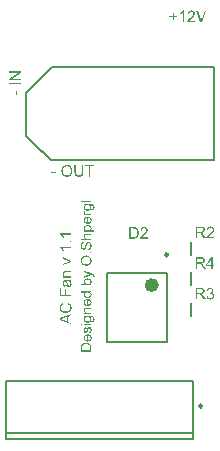
<source format=gbr>
%TF.GenerationSoftware,Altium Limited,Altium Designer,23.4.1 (23)*%
G04 Layer_Color=65535*
%FSLAX45Y45*%
%MOMM*%
%TF.SameCoordinates,F753716F-663C-4D52-ACFB-96E6D702F145*%
%TF.FilePolarity,Positive*%
%TF.FileFunction,Legend,Top*%
%TF.Part,Single*%
G01*
G75*
%TA.AperFunction,NonConductor*%
%ADD19C,0.60000*%
%ADD20C,0.25000*%
%ADD21C,0.20000*%
G36*
X627075Y2531013D02*
X590000D01*
Y2542996D01*
X627075D01*
Y2531013D01*
D02*
G37*
G36*
X862495Y2542855D02*
Y2542714D01*
Y2542150D01*
Y2541445D01*
Y2540458D01*
X862354Y2539190D01*
Y2537780D01*
X862213Y2536088D01*
X862072Y2534397D01*
X861649Y2530591D01*
X861085Y2526643D01*
X860240Y2522837D01*
X859676Y2521005D01*
X859112Y2519313D01*
Y2519172D01*
X858971Y2518890D01*
X858689Y2518467D01*
X858407Y2517903D01*
X857561Y2516353D01*
X856292Y2514379D01*
X854601Y2512123D01*
X852627Y2509868D01*
X850090Y2507471D01*
X846988Y2505357D01*
X846847D01*
X846565Y2505075D01*
X846143Y2504934D01*
X845438Y2504511D01*
X844592Y2504088D01*
X843464Y2503665D01*
X842336Y2503242D01*
X840927Y2502679D01*
X839376Y2502115D01*
X837684Y2501692D01*
X835852Y2501269D01*
X833737Y2500846D01*
X831623Y2500564D01*
X829367Y2500282D01*
X824292Y2500000D01*
X823023D01*
X822037Y2500141D01*
X820909D01*
X819499Y2500282D01*
X817949Y2500423D01*
X816398Y2500564D01*
X812874Y2501128D01*
X809067Y2501974D01*
X805402Y2503101D01*
X801878Y2504652D01*
X801737D01*
X801455Y2504934D01*
X801032Y2505216D01*
X800468Y2505498D01*
X798918Y2506626D01*
X797085Y2508176D01*
X794970Y2510150D01*
X792997Y2512405D01*
X791023Y2515225D01*
X789473Y2518326D01*
Y2518467D01*
X789332Y2518749D01*
X789191Y2519313D01*
X788909Y2520018D01*
X788627Y2520864D01*
X788345Y2521991D01*
X787922Y2523260D01*
X787640Y2524811D01*
X787358Y2526502D01*
X786935Y2528335D01*
X786653Y2530309D01*
X786371Y2532423D01*
X786089Y2534820D01*
X785948Y2537357D01*
X785807Y2540036D01*
Y2542855D01*
Y2599243D01*
X798777D01*
Y2542855D01*
Y2542714D01*
Y2542291D01*
Y2541586D01*
Y2540740D01*
X798918Y2539754D01*
Y2538485D01*
X799059Y2535806D01*
X799341Y2532705D01*
X799763Y2529604D01*
X800327Y2526643D01*
X800609Y2525375D01*
X801032Y2524106D01*
X801173Y2523824D01*
X801455Y2523119D01*
X802160Y2522132D01*
X803006Y2520723D01*
X803993Y2519313D01*
X805402Y2517762D01*
X807094Y2516212D01*
X809067Y2514943D01*
X809349Y2514802D01*
X810054Y2514379D01*
X811323Y2513956D01*
X813015Y2513392D01*
X814988Y2512687D01*
X817526Y2512264D01*
X820204Y2511842D01*
X823164Y2511701D01*
X824574D01*
X825420Y2511842D01*
X826689D01*
X827957Y2511983D01*
X831059Y2512546D01*
X834442Y2513251D01*
X837684Y2514379D01*
X840786Y2515930D01*
X842195Y2516916D01*
X843464Y2518044D01*
X843605Y2518185D01*
X843746Y2518326D01*
X844028Y2518749D01*
X844451Y2519313D01*
X844874Y2520159D01*
X845438Y2521005D01*
X846002Y2522273D01*
X846565Y2523542D01*
X847129Y2525093D01*
X847552Y2526925D01*
X848116Y2529040D01*
X848539Y2531295D01*
X848962Y2533833D01*
X849244Y2536511D01*
X849526Y2539613D01*
Y2542855D01*
Y2599243D01*
X862495D01*
Y2542855D01*
D02*
G37*
G36*
X953985Y2587683D02*
X921843D01*
Y2501692D01*
X908874D01*
Y2587683D01*
X876733D01*
Y2599243D01*
X953985D01*
Y2587683D01*
D02*
G37*
G36*
X724626Y2600794D02*
X725895D01*
X727164Y2600653D01*
X728856Y2600371D01*
X730547Y2600089D01*
X734212Y2599384D01*
X738441Y2598256D01*
X742530Y2596565D01*
X744644Y2595578D01*
X746759Y2594450D01*
X746900Y2594309D01*
X747182Y2594168D01*
X747746Y2593745D01*
X748591Y2593322D01*
X749437Y2592617D01*
X750565Y2591772D01*
X752961Y2589798D01*
X755499Y2587261D01*
X758318Y2584159D01*
X760997Y2580494D01*
X763252Y2576406D01*
Y2576265D01*
X763534Y2575842D01*
X763816Y2575278D01*
X764098Y2574432D01*
X764662Y2573304D01*
X765085Y2572036D01*
X765649Y2570485D01*
X766213Y2568793D01*
X766636Y2566961D01*
X767199Y2564987D01*
X767763Y2562732D01*
X768186Y2560476D01*
X768750Y2555542D01*
X769032Y2550185D01*
Y2550044D01*
Y2549481D01*
Y2548776D01*
X768891Y2547648D01*
Y2546379D01*
X768750Y2544829D01*
X768468Y2543137D01*
X768327Y2541304D01*
X767622Y2537216D01*
X766495Y2532705D01*
X764944Y2528194D01*
X764098Y2525939D01*
X762970Y2523683D01*
Y2523542D01*
X762688Y2523119D01*
X762406Y2522555D01*
X761843Y2521709D01*
X761279Y2520723D01*
X760574Y2519736D01*
X758600Y2517057D01*
X756204Y2514238D01*
X753384Y2511278D01*
X750001Y2508458D01*
X746054Y2505921D01*
X745913D01*
X745631Y2505639D01*
X744926Y2505357D01*
X744080Y2504934D01*
X743094Y2504511D01*
X741966Y2504088D01*
X740556Y2503524D01*
X739005Y2502960D01*
X737314Y2502397D01*
X735481Y2501833D01*
X731393Y2500987D01*
X727023Y2500282D01*
X722371Y2500000D01*
X720961D01*
X720115Y2500141D01*
X718847D01*
X717437Y2500423D01*
X715886Y2500564D01*
X714054Y2500846D01*
X710248Y2501692D01*
X706159Y2502819D01*
X701930Y2504511D01*
X699816Y2505498D01*
X697701Y2506626D01*
X697560Y2506767D01*
X697278Y2506908D01*
X696714Y2507331D01*
X695869Y2507894D01*
X695023Y2508458D01*
X694036Y2509304D01*
X691639Y2511419D01*
X688961Y2513956D01*
X686142Y2517057D01*
X683604Y2520582D01*
X681208Y2524670D01*
Y2524811D01*
X680926Y2525234D01*
X680644Y2525798D01*
X680362Y2526643D01*
X679939Y2527771D01*
X679516Y2529040D01*
X678952Y2530450D01*
X678529Y2532000D01*
X677965Y2533833D01*
X677401Y2535665D01*
X676556Y2539895D01*
X675992Y2544265D01*
X675710Y2549058D01*
Y2549199D01*
Y2549340D01*
Y2550185D01*
X675851Y2551454D01*
Y2553146D01*
X676133Y2555119D01*
X676415Y2557516D01*
X676838Y2560194D01*
X677401Y2563014D01*
X677965Y2565974D01*
X678811Y2569075D01*
X679939Y2572177D01*
X681208Y2575419D01*
X682617Y2578520D01*
X684450Y2581622D01*
X686424Y2584441D01*
X688679Y2587120D01*
X688820Y2587261D01*
X689243Y2587683D01*
X690089Y2588388D01*
X691076Y2589234D01*
X692344Y2590362D01*
X693895Y2591490D01*
X695728Y2592758D01*
X697842Y2594027D01*
X700098Y2595296D01*
X702635Y2596565D01*
X705455Y2597692D01*
X708415Y2598820D01*
X711657Y2599666D01*
X715040Y2600371D01*
X718565Y2600794D01*
X722371Y2600935D01*
X723640D01*
X724626Y2600794D01*
D02*
G37*
G36*
X330000Y3380873D02*
X253453Y3329842D01*
X330000D01*
Y3317437D01*
X232449D01*
Y3330688D01*
X309136Y3381860D01*
X232449D01*
Y3394265D01*
X330000D01*
Y3380873D01*
D02*
G37*
G36*
Y3281771D02*
X232449D01*
Y3294740D01*
X330000D01*
Y3281771D01*
D02*
G37*
G36*
X300678Y3190000D02*
X288696D01*
Y3227075D01*
X300678D01*
Y3190000D01*
D02*
G37*
G36*
X1627780Y3863710D02*
X1654282D01*
Y3852573D01*
X1627780D01*
Y3825789D01*
X1616502D01*
Y3852573D01*
X1590000D01*
Y3863710D01*
X1616502D01*
Y3890212D01*
X1627780D01*
Y3863710D01*
D02*
G37*
G36*
X1865596Y3810000D02*
X1852063D01*
X1814283Y3907551D01*
X1828380D01*
X1853755Y3836643D01*
Y3836502D01*
X1853896Y3836220D01*
X1854037Y3835798D01*
X1854319Y3835234D01*
X1854460Y3834388D01*
X1854742Y3833542D01*
X1855447Y3831427D01*
X1856292Y3829031D01*
X1857138Y3826353D01*
X1858830Y3820714D01*
Y3820855D01*
X1858971Y3821137D01*
X1859112Y3821560D01*
X1859253Y3822123D01*
X1859676Y3823674D01*
X1860381Y3825789D01*
X1861085Y3828185D01*
X1861931Y3830864D01*
X1862918Y3833683D01*
X1864046Y3836643D01*
X1890548Y3907551D01*
X1903658D01*
X1865596Y3810000D01*
D02*
G37*
G36*
X1778336Y3907833D02*
X1779464Y3907692D01*
X1780874Y3907551D01*
X1782424Y3907269D01*
X1783975Y3906987D01*
X1787640Y3906001D01*
X1791305Y3904591D01*
X1793138Y3903745D01*
X1794971Y3902758D01*
X1796662Y3901490D01*
X1798213Y3900080D01*
X1798354Y3899939D01*
X1798636Y3899798D01*
X1798918Y3899234D01*
X1799482Y3898670D01*
X1800186Y3897965D01*
X1800891Y3896978D01*
X1801596Y3895992D01*
X1802442Y3894723D01*
X1803852Y3892045D01*
X1805261Y3888661D01*
X1805825Y3886970D01*
X1806107Y3884996D01*
X1806389Y3883022D01*
X1806530Y3880908D01*
Y3880626D01*
Y3879921D01*
X1806389Y3878793D01*
X1806248Y3877243D01*
X1805966Y3875551D01*
X1805402Y3873577D01*
X1804838Y3871463D01*
X1803993Y3869348D01*
X1803852Y3869066D01*
X1803570Y3868362D01*
X1803006Y3867234D01*
X1802160Y3865683D01*
X1801032Y3863992D01*
X1799623Y3861877D01*
X1797931Y3859762D01*
X1795957Y3857366D01*
X1795675Y3857084D01*
X1794971Y3856238D01*
X1794266Y3855533D01*
X1793561Y3854828D01*
X1792715Y3853983D01*
X1791587Y3852855D01*
X1790459Y3851727D01*
X1789050Y3850458D01*
X1787640Y3849049D01*
X1785948Y3847498D01*
X1784116Y3845947D01*
X1782142Y3844115D01*
X1779887Y3842282D01*
X1777631Y3840309D01*
X1777490Y3840168D01*
X1777208Y3839886D01*
X1776644Y3839463D01*
X1775940Y3838899D01*
X1775094Y3838053D01*
X1774107Y3837207D01*
X1771851Y3835375D01*
X1769455Y3833260D01*
X1767199Y3831146D01*
X1765226Y3829313D01*
X1764380Y3828608D01*
X1763675Y3827903D01*
X1763534Y3827762D01*
X1763111Y3827339D01*
X1762547Y3826775D01*
X1761843Y3825930D01*
X1761138Y3824943D01*
X1760292Y3823956D01*
X1758600Y3821560D01*
X1806671D01*
Y3810000D01*
X1741966D01*
Y3810141D01*
Y3810705D01*
Y3811551D01*
X1742107Y3812678D01*
X1742248Y3813947D01*
X1742530Y3815357D01*
X1742812Y3816767D01*
X1743375Y3818317D01*
Y3818458D01*
X1743516Y3818599D01*
X1743798Y3819445D01*
X1744362Y3820714D01*
X1745208Y3822405D01*
X1746336Y3824379D01*
X1747746Y3826634D01*
X1749296Y3828890D01*
X1751270Y3831286D01*
Y3831427D01*
X1751552Y3831568D01*
X1752257Y3832414D01*
X1753525Y3833683D01*
X1755358Y3835516D01*
X1757472Y3837630D01*
X1760151Y3840168D01*
X1763393Y3842987D01*
X1766917Y3845947D01*
X1767058Y3846088D01*
X1767622Y3846511D01*
X1768468Y3847216D01*
X1769455Y3848062D01*
X1770724Y3849190D01*
X1772274Y3850458D01*
X1773825Y3851868D01*
X1775658Y3853419D01*
X1779182Y3856802D01*
X1782706Y3860185D01*
X1784398Y3861877D01*
X1785948Y3863569D01*
X1787358Y3865119D01*
X1788486Y3866670D01*
Y3866811D01*
X1788768Y3866952D01*
X1789050Y3867375D01*
X1789332Y3867939D01*
X1790318Y3869489D01*
X1791446Y3871322D01*
X1792433Y3873577D01*
X1793420Y3875974D01*
X1793984Y3878652D01*
X1794266Y3881190D01*
Y3881331D01*
Y3881472D01*
X1794125Y3882318D01*
X1793984Y3883727D01*
X1793561Y3885278D01*
X1792997Y3887252D01*
X1792010Y3889225D01*
X1790741Y3891199D01*
X1789050Y3893172D01*
X1788768Y3893454D01*
X1788063Y3894018D01*
X1787076Y3894723D01*
X1785526Y3895710D01*
X1783552Y3896556D01*
X1781296Y3897401D01*
X1778618Y3897965D01*
X1775658Y3898106D01*
X1774812D01*
X1774248Y3897965D01*
X1772556Y3897824D01*
X1770583Y3897401D01*
X1768468Y3896838D01*
X1766072Y3895851D01*
X1763816Y3894582D01*
X1761702Y3892890D01*
X1761420Y3892608D01*
X1760856Y3891904D01*
X1760010Y3890776D01*
X1759164Y3889084D01*
X1758177Y3887111D01*
X1757332Y3884573D01*
X1756768Y3881754D01*
X1756486Y3878511D01*
X1744221Y3879780D01*
Y3879921D01*
X1744362Y3880344D01*
Y3881049D01*
X1744503Y3882036D01*
X1744785Y3883163D01*
X1745067Y3884432D01*
X1745490Y3885983D01*
X1745913Y3887533D01*
X1747041Y3890917D01*
X1748732Y3894300D01*
X1749719Y3895992D01*
X1750988Y3897683D01*
X1752257Y3899234D01*
X1753666Y3900644D01*
X1753807Y3900785D01*
X1754089Y3900926D01*
X1754512Y3901349D01*
X1755217Y3901771D01*
X1756063Y3902335D01*
X1757050Y3902899D01*
X1758177Y3903604D01*
X1759587Y3904309D01*
X1761138Y3905014D01*
X1762829Y3905719D01*
X1764662Y3906283D01*
X1766636Y3906846D01*
X1768750Y3907269D01*
X1771006Y3907692D01*
X1773402Y3907833D01*
X1775940Y3907974D01*
X1777349D01*
X1778336Y3907833D01*
D02*
G37*
G36*
X1712926Y3810000D02*
X1700944D01*
Y3886265D01*
X1700803Y3886124D01*
X1700098Y3885560D01*
X1699252Y3884714D01*
X1697842Y3883727D01*
X1696292Y3882459D01*
X1694318Y3881049D01*
X1692062Y3879498D01*
X1689525Y3877948D01*
X1689384D01*
X1689243Y3877807D01*
X1688397Y3877243D01*
X1686987Y3876538D01*
X1685296Y3875692D01*
X1683322Y3874705D01*
X1681208Y3873718D01*
X1679093Y3872732D01*
X1676979Y3871886D01*
Y3883445D01*
X1677120D01*
X1677402Y3883727D01*
X1677965Y3883868D01*
X1678670Y3884291D01*
X1679516Y3884714D01*
X1680503Y3885278D01*
X1682899Y3886688D01*
X1685719Y3888238D01*
X1688538Y3890212D01*
X1691499Y3892467D01*
X1694459Y3894864D01*
X1694600Y3895005D01*
X1694741Y3895146D01*
X1695164Y3895569D01*
X1695728Y3895992D01*
X1696996Y3897401D01*
X1698688Y3899093D01*
X1700380Y3901067D01*
X1702212Y3903322D01*
X1703763Y3905578D01*
X1705173Y3907974D01*
X1712926D01*
Y3810000D01*
D02*
G37*
G36*
X760000Y2008983D02*
X683735D01*
X683876Y2008842D01*
X684440Y2008137D01*
X685286Y2007291D01*
X686273Y2005881D01*
X687541Y2004331D01*
X688951Y2002357D01*
X690502Y2000101D01*
X692052Y1997564D01*
Y1997423D01*
X692193Y1997282D01*
X692757Y1996436D01*
X693462Y1995026D01*
X694308Y1993335D01*
X695295Y1991361D01*
X696282Y1989247D01*
X697268Y1987132D01*
X698114Y1985018D01*
X686555D01*
Y1985159D01*
X686273Y1985441D01*
X686132Y1986004D01*
X685709Y1986709D01*
X685286Y1987555D01*
X684722Y1988542D01*
X683312Y1990938D01*
X681762Y1993758D01*
X679788Y1996577D01*
X677533Y1999538D01*
X675136Y2002498D01*
X674995Y2002639D01*
X674854Y2002780D01*
X674431Y2003203D01*
X674008Y2003767D01*
X672599Y2005035D01*
X670907Y2006727D01*
X668933Y2008419D01*
X666678Y2010251D01*
X664422Y2011802D01*
X662026Y2013212D01*
Y2020965D01*
X760000D01*
Y2008983D01*
D02*
G37*
G36*
Y1944700D02*
X746326D01*
Y1958374D01*
X760000D01*
Y1944700D01*
D02*
G37*
G36*
Y1895220D02*
X683735D01*
X683876Y1895079D01*
X684440Y1894374D01*
X685286Y1893528D01*
X686273Y1892118D01*
X687541Y1890568D01*
X688951Y1888594D01*
X690502Y1886339D01*
X692052Y1883801D01*
Y1883660D01*
X692193Y1883519D01*
X692757Y1882673D01*
X693462Y1881264D01*
X694308Y1879572D01*
X695295Y1877598D01*
X696282Y1875484D01*
X697268Y1873369D01*
X698114Y1871255D01*
X686555D01*
Y1871396D01*
X686273Y1871678D01*
X686132Y1872242D01*
X685709Y1872946D01*
X685286Y1873792D01*
X684722Y1874779D01*
X683312Y1877176D01*
X681762Y1879995D01*
X679788Y1882814D01*
X677533Y1885775D01*
X675136Y1888735D01*
X674995Y1888876D01*
X674854Y1889017D01*
X674431Y1889440D01*
X674008Y1890004D01*
X672599Y1891273D01*
X670907Y1892964D01*
X668933Y1894656D01*
X666678Y1896488D01*
X664422Y1898039D01*
X662026Y1899449D01*
Y1907202D01*
X760000D01*
Y1895220D01*
D02*
G37*
G36*
Y1789915D02*
Y1778497D01*
X689233Y1751853D01*
Y1764541D01*
X731665Y1779765D01*
X731806D01*
X731947Y1779906D01*
X732370Y1780047D01*
X732793Y1780188D01*
X734202Y1780611D01*
X736035Y1781175D01*
X738150Y1781880D01*
X740546Y1782726D01*
X743225Y1783431D01*
X745903Y1784276D01*
X745621Y1784417D01*
X744916Y1784558D01*
X743788Y1784981D01*
X742097Y1785404D01*
X740264Y1786109D01*
X737868Y1786814D01*
X735330Y1787801D01*
X732511Y1788787D01*
X689233Y1804435D01*
Y1816840D01*
X760000Y1789915D01*
D02*
G37*
G36*
Y1690954D02*
X717145D01*
X717004D01*
X716863D01*
X715876D01*
X714608D01*
X713057Y1690813D01*
X711224Y1690672D01*
X709392Y1690390D01*
X707700Y1689967D01*
X706149Y1689544D01*
X706008D01*
X705586Y1689263D01*
X704881Y1688840D01*
X704035Y1688417D01*
X703189Y1687712D01*
X702202Y1686866D01*
X701216Y1685738D01*
X700370Y1684470D01*
X700229Y1684329D01*
X699947Y1683906D01*
X699665Y1683060D01*
X699242Y1682073D01*
X698819Y1680945D01*
X698396Y1679536D01*
X698255Y1677844D01*
X698114Y1676152D01*
Y1675447D01*
X698255Y1674884D01*
X698396Y1673474D01*
X698678Y1671641D01*
X699383Y1669668D01*
X700229Y1667412D01*
X701356Y1665157D01*
X703048Y1663042D01*
X703330Y1662760D01*
X704035Y1662196D01*
X704599Y1661773D01*
X705304Y1661350D01*
X706149Y1660787D01*
X707136Y1660364D01*
X708264Y1659800D01*
X709674Y1659236D01*
X711224Y1658813D01*
X712916Y1658390D01*
X714749Y1658108D01*
X716722Y1657826D01*
X719119Y1657544D01*
X721515D01*
X760000D01*
Y1645562D01*
X689233D01*
Y1656276D01*
X699383D01*
X699242Y1656417D01*
X698819Y1656698D01*
X698255Y1657121D01*
X697550Y1657685D01*
X696704Y1658531D01*
X695718Y1659518D01*
X694590Y1660646D01*
X693462Y1662055D01*
X692475Y1663465D01*
X691348Y1665157D01*
X690361Y1666989D01*
X689515Y1668963D01*
X688810Y1671218D01*
X688246Y1673474D01*
X687823Y1676011D01*
X687682Y1678690D01*
Y1679818D01*
X687823Y1680945D01*
X687964Y1682496D01*
X688246Y1684329D01*
X688669Y1686302D01*
X689233Y1688417D01*
X690079Y1690390D01*
X690220Y1690672D01*
X690502Y1691236D01*
X690925Y1692223D01*
X691630Y1693351D01*
X692475Y1694760D01*
X693603Y1696029D01*
X694731Y1697298D01*
X696141Y1698426D01*
X696282Y1698567D01*
X696845Y1698849D01*
X697550Y1699271D01*
X698537Y1699976D01*
X699947Y1700540D01*
X701356Y1701104D01*
X703048Y1701809D01*
X704881Y1702232D01*
X705022D01*
X705586Y1702373D01*
X706431Y1702514D01*
X707559Y1702655D01*
X709251D01*
X711224Y1702796D01*
X713621Y1702937D01*
X716581D01*
X760000D01*
Y1690954D01*
D02*
G37*
G36*
Y1618214D02*
X759859Y1618073D01*
X759295Y1617932D01*
X758590Y1617650D01*
X757463Y1617227D01*
X756194Y1616804D01*
X754643Y1616522D01*
X752952Y1616240D01*
X751119Y1615958D01*
Y1615817D01*
X751401Y1615676D01*
X752106Y1614830D01*
X753092Y1613562D01*
X754361Y1611870D01*
X755630Y1609755D01*
X757040Y1607641D01*
X758308Y1605385D01*
X759295Y1602989D01*
X759436Y1602707D01*
X759577Y1601861D01*
X760000Y1600592D01*
X760423Y1599042D01*
X760846Y1597068D01*
X761128Y1594813D01*
X761410Y1592275D01*
X761551Y1589738D01*
Y1588610D01*
X761410Y1587764D01*
Y1586777D01*
X761269Y1585650D01*
X760846Y1583112D01*
X760141Y1580293D01*
X759154Y1577191D01*
X757744Y1574372D01*
X755912Y1571835D01*
X755630Y1571553D01*
X754925Y1570848D01*
X753656Y1569861D01*
X751965Y1568733D01*
X749850Y1567605D01*
X747454Y1566619D01*
X744493Y1565914D01*
X743084Y1565773D01*
X741392Y1565632D01*
X741110D01*
X740546D01*
X739559Y1565773D01*
X738291Y1565914D01*
X736740Y1566196D01*
X735189Y1566619D01*
X733498Y1567183D01*
X731947Y1567887D01*
X731806Y1568028D01*
X731242Y1568310D01*
X730396Y1568874D01*
X729410Y1569579D01*
X728282Y1570425D01*
X727154Y1571553D01*
X726026Y1572680D01*
X725039Y1574090D01*
X724898Y1574231D01*
X724617Y1574795D01*
X724053Y1575500D01*
X723489Y1576628D01*
X722925Y1577896D01*
X722220Y1579447D01*
X721656Y1580998D01*
X721092Y1582830D01*
Y1582971D01*
X720951Y1583535D01*
X720669Y1584381D01*
X720528Y1585509D01*
X720246Y1586918D01*
X719965Y1588751D01*
X719542Y1590865D01*
X719260Y1593403D01*
Y1593544D01*
X719119Y1594108D01*
Y1594813D01*
X718978Y1595799D01*
X718837Y1596927D01*
X718555Y1598337D01*
X718414Y1599888D01*
X718132Y1601579D01*
X717427Y1604962D01*
X716722Y1608628D01*
X715876Y1611870D01*
X715453Y1613421D01*
X715031Y1614830D01*
X714890D01*
X714608D01*
X713762Y1614971D01*
X712775D01*
X712211D01*
X711929D01*
X711788D01*
X711647D01*
X710801D01*
X709392Y1614830D01*
X707841Y1614548D01*
X706149Y1614126D01*
X704458Y1613421D01*
X702907Y1612575D01*
X701638Y1611447D01*
X701497Y1611306D01*
X700934Y1610601D01*
X700370Y1609474D01*
X699524Y1608064D01*
X698819Y1606090D01*
X698114Y1603835D01*
X697691Y1601015D01*
X697550Y1597773D01*
Y1596363D01*
X697691Y1594954D01*
X697973Y1592980D01*
X698255Y1591006D01*
X698819Y1588892D01*
X699524Y1586918D01*
X700511Y1585227D01*
X700652Y1585086D01*
X701075Y1584522D01*
X701779Y1583817D01*
X702907Y1582971D01*
X704317Y1582125D01*
X706149Y1581139D01*
X708405Y1580293D01*
X710942Y1579447D01*
X709392Y1567746D01*
X709251D01*
X709110Y1567887D01*
X708687D01*
X708123Y1568028D01*
X706854Y1568451D01*
X705022Y1569015D01*
X703189Y1569720D01*
X701216Y1570566D01*
X699242Y1571694D01*
X697409Y1572962D01*
X697268Y1573103D01*
X696704Y1573667D01*
X695859Y1574513D01*
X694731Y1575641D01*
X693603Y1577191D01*
X692475Y1579024D01*
X691207Y1581139D01*
X690220Y1583535D01*
Y1583676D01*
X690079Y1583817D01*
X689938Y1584240D01*
X689797Y1584804D01*
X689374Y1586213D01*
X688951Y1588187D01*
X688528Y1590443D01*
X688105Y1593262D01*
X687823Y1596222D01*
X687682Y1599606D01*
Y1601156D01*
X687823Y1602707D01*
X687964Y1604822D01*
X688246Y1607218D01*
X688669Y1609615D01*
X689233Y1612011D01*
X689938Y1614267D01*
X690079Y1614548D01*
X690361Y1615253D01*
X690784Y1616240D01*
X691348Y1617509D01*
X692193Y1618919D01*
X693039Y1620328D01*
X694167Y1621597D01*
X695295Y1622725D01*
X695436Y1622866D01*
X695859Y1623148D01*
X696564Y1623571D01*
X697409Y1624134D01*
X698678Y1624839D01*
X699947Y1625403D01*
X701497Y1625967D01*
X703330Y1626390D01*
X703471D01*
X703894Y1626531D01*
X704740Y1626672D01*
X705868Y1626813D01*
X707418D01*
X709251Y1626954D01*
X711647Y1627095D01*
X714326D01*
X730396D01*
X730537D01*
X731101D01*
X731947D01*
X733075D01*
X734343D01*
X735894D01*
X739277Y1627236D01*
X742802D01*
X746326Y1627377D01*
X747877Y1627518D01*
X749286D01*
X750555Y1627659D01*
X751542Y1627800D01*
X751683D01*
X752247Y1627941D01*
X753092Y1628082D01*
X754220Y1628504D01*
X755489Y1628786D01*
X756899Y1629350D01*
X758449Y1630055D01*
X760000Y1630760D01*
Y1618214D01*
D02*
G37*
G36*
X674008Y1501491D02*
X704176D01*
Y1547306D01*
X715735D01*
Y1501491D01*
X760000D01*
Y1488521D01*
X662449D01*
Y1554495D01*
X674008D01*
Y1501491D01*
D02*
G37*
G36*
X729832Y1433966D02*
X730678Y1433684D01*
X731806Y1433261D01*
X733075Y1432838D01*
X734625Y1432274D01*
X736317Y1431569D01*
X738150Y1430724D01*
X742097Y1428750D01*
X746044Y1426213D01*
X748018Y1424662D01*
X749991Y1423111D01*
X751683Y1421420D01*
X753374Y1419446D01*
X753515Y1419305D01*
X753797Y1419023D01*
X754079Y1418318D01*
X754643Y1417613D01*
X755348Y1416486D01*
X756053Y1415358D01*
X756758Y1413807D01*
X757463Y1412257D01*
X758308Y1410424D01*
X759013Y1408450D01*
X759718Y1406336D01*
X760423Y1404080D01*
X760987Y1401684D01*
X761269Y1399146D01*
X761551Y1396468D01*
X761692Y1393648D01*
Y1392098D01*
X761551Y1390970D01*
Y1389701D01*
X761410Y1388151D01*
X761128Y1386459D01*
X760846Y1384485D01*
X760141Y1380397D01*
X759013Y1376168D01*
X757463Y1371939D01*
X756476Y1369966D01*
X755348Y1367992D01*
X755207Y1367851D01*
X755066Y1367569D01*
X754643Y1367005D01*
X754079Y1366441D01*
X753515Y1365595D01*
X752670Y1364609D01*
X751683Y1363481D01*
X750555Y1362353D01*
X749286Y1361225D01*
X748018Y1359957D01*
X744775Y1357419D01*
X740969Y1355023D01*
X736740Y1352908D01*
X736599D01*
X736176Y1352626D01*
X735471Y1352485D01*
X734625Y1352062D01*
X733498Y1351780D01*
X732088Y1351357D01*
X730537Y1350794D01*
X728846Y1350371D01*
X727013Y1349948D01*
X724898Y1349384D01*
X720528Y1348679D01*
X715594Y1348115D01*
X710520Y1347833D01*
X710379D01*
X709815D01*
X708969D01*
X707982Y1347974D01*
X706572D01*
X705163Y1348115D01*
X703330Y1348256D01*
X701497Y1348538D01*
X697409Y1349243D01*
X692898Y1350230D01*
X688387Y1351639D01*
X684017Y1353613D01*
X683876Y1353754D01*
X683453Y1353895D01*
X682889Y1354177D01*
X682185Y1354741D01*
X681198Y1355305D01*
X680070Y1356009D01*
X677533Y1357842D01*
X674713Y1360239D01*
X671894Y1363058D01*
X669074Y1366300D01*
X666678Y1370106D01*
X666537Y1370247D01*
X666396Y1370670D01*
X666114Y1371234D01*
X665691Y1371939D01*
X665268Y1373067D01*
X664845Y1374195D01*
X664281Y1375604D01*
X663717Y1377155D01*
X663154Y1378847D01*
X662590Y1380679D01*
X661744Y1384626D01*
X661039Y1389137D01*
X660757Y1393789D01*
Y1395199D01*
X660898Y1396186D01*
X661039Y1397455D01*
X661180Y1399005D01*
X661321Y1400556D01*
X661744Y1402389D01*
X662590Y1406195D01*
X663858Y1410424D01*
X664704Y1412538D01*
X665691Y1414512D01*
X666960Y1416486D01*
X668229Y1418459D01*
X668370Y1418600D01*
X668510Y1418882D01*
X668933Y1419446D01*
X669638Y1420151D01*
X670343Y1420856D01*
X671330Y1421842D01*
X672458Y1422829D01*
X673585Y1423957D01*
X674995Y1425085D01*
X676687Y1426213D01*
X678378Y1427481D01*
X680211Y1428609D01*
X682326Y1429596D01*
X684440Y1430724D01*
X686696Y1431569D01*
X689233Y1432415D01*
X692193Y1419728D01*
X692052D01*
X691771Y1419587D01*
X691207Y1419305D01*
X690502Y1419023D01*
X689656Y1418741D01*
X688528Y1418318D01*
X686273Y1417190D01*
X683735Y1415781D01*
X681198Y1414089D01*
X678801Y1411975D01*
X676687Y1409719D01*
X676405Y1409437D01*
X675841Y1408591D01*
X675136Y1407182D01*
X674149Y1405349D01*
X673303Y1402952D01*
X672458Y1400274D01*
X671894Y1397032D01*
X671753Y1393507D01*
Y1392380D01*
X671894Y1391675D01*
Y1390688D01*
X672035Y1389560D01*
X672458Y1386882D01*
X673022Y1383922D01*
X674008Y1380820D01*
X675418Y1377578D01*
X677251Y1374618D01*
Y1374477D01*
X677533Y1374336D01*
X678237Y1373349D01*
X679365Y1372080D01*
X681057Y1370529D01*
X683171Y1368697D01*
X685568Y1367005D01*
X688528Y1365454D01*
X691771Y1364045D01*
X691911D01*
X692193Y1363904D01*
X692616Y1363763D01*
X693321Y1363622D01*
X694167Y1363340D01*
X695154Y1363058D01*
X697550Y1362635D01*
X700370Y1362071D01*
X703471Y1361507D01*
X706854Y1361225D01*
X710520Y1361084D01*
X710661D01*
X711083D01*
X711788D01*
X712634D01*
X713621Y1361225D01*
X714890D01*
X716299Y1361366D01*
X717850Y1361507D01*
X721233Y1361930D01*
X724898Y1362635D01*
X728564Y1363481D01*
X732229Y1364609D01*
X732370D01*
X732652Y1364750D01*
X733075Y1365032D01*
X733780Y1365314D01*
X735471Y1366159D01*
X737445Y1367428D01*
X739700Y1368979D01*
X742097Y1370952D01*
X744211Y1373208D01*
X746185Y1375886D01*
Y1376027D01*
X746326Y1376309D01*
X746608Y1376732D01*
X746890Y1377296D01*
X747172Y1378001D01*
X747595Y1378847D01*
X748440Y1380820D01*
X749286Y1383358D01*
X749991Y1386177D01*
X750555Y1389278D01*
X750696Y1392521D01*
Y1393507D01*
X750555Y1394353D01*
Y1395340D01*
X750414Y1396327D01*
X749850Y1398864D01*
X749145Y1401825D01*
X748018Y1404785D01*
X746467Y1407886D01*
X745621Y1409437D01*
X744493Y1410847D01*
X744352Y1410988D01*
X744211Y1411129D01*
X743788Y1411552D01*
X743366Y1412116D01*
X742661Y1412679D01*
X741815Y1413384D01*
X740969Y1414230D01*
X739841Y1414935D01*
X738573Y1415781D01*
X737163Y1416768D01*
X735753Y1417613D01*
X734062Y1418459D01*
X732229Y1419164D01*
X730255Y1419869D01*
X728141Y1420574D01*
X725885Y1421138D01*
X729128Y1434107D01*
X729269D01*
X729832Y1433966D01*
D02*
G37*
G36*
X760000Y1326547D02*
X730396Y1315128D01*
Y1274247D01*
X760000Y1263674D01*
Y1250000D01*
X662449Y1287216D01*
Y1301313D01*
X760000Y1341208D01*
Y1326547D01*
D02*
G37*
G36*
X930000Y2286124D02*
X840358D01*
Y2297135D01*
X930000D01*
Y2286124D01*
D02*
G37*
G36*
X924819Y2269543D02*
X926244D01*
X927798Y2269413D01*
X929482Y2269283D01*
X932980Y2268895D01*
X936607Y2268377D01*
X938291Y2267988D01*
X939845Y2267599D01*
X941270Y2267081D01*
X942566Y2266563D01*
X942695D01*
X942825Y2266434D01*
X943602Y2265915D01*
X944768Y2265268D01*
X946193Y2264231D01*
X947747Y2262806D01*
X949431Y2261122D01*
X951115Y2259050D01*
X952540Y2256718D01*
Y2256589D01*
X952670Y2256459D01*
X952929Y2256070D01*
X953058Y2255552D01*
X953447Y2254905D01*
X953706Y2254127D01*
X954354Y2252184D01*
X955131Y2249852D01*
X955649Y2247003D01*
X956167Y2243764D01*
X956297Y2240267D01*
Y2239101D01*
X956167Y2238323D01*
Y2237287D01*
X956038Y2236251D01*
X955908Y2234955D01*
X955649Y2233530D01*
X955001Y2230551D01*
X954095Y2227442D01*
X952799Y2224333D01*
X950986Y2221483D01*
X950856Y2221354D01*
X950727Y2221224D01*
X949949Y2220317D01*
X948783Y2219281D01*
X947099Y2217986D01*
X944897Y2216690D01*
X942177Y2215524D01*
X940622Y2215136D01*
X938938Y2214877D01*
X937254Y2214618D01*
X935311D01*
X936736Y2225369D01*
X936995D01*
X937513Y2225499D01*
X938420Y2225758D01*
X939586Y2226017D01*
X940752Y2226535D01*
X941918Y2227183D01*
X943084Y2227960D01*
X943990Y2228997D01*
X944120Y2229256D01*
X944509Y2229774D01*
X945027Y2230681D01*
X945545Y2231976D01*
X946193Y2233530D01*
X946711Y2235474D01*
X947099Y2237805D01*
X947229Y2240267D01*
Y2241562D01*
X947099Y2242857D01*
X946840Y2244671D01*
X946452Y2246484D01*
X945934Y2248428D01*
X945156Y2250371D01*
X944120Y2252055D01*
X943990Y2252184D01*
X943602Y2252702D01*
X942825Y2253480D01*
X941918Y2254386D01*
X940622Y2255293D01*
X939198Y2256200D01*
X937513Y2257107D01*
X935570Y2257754D01*
X935441D01*
X934923Y2257884D01*
X933886Y2258014D01*
X932591Y2258143D01*
X931684Y2258273D01*
X930648D01*
X929482Y2258402D01*
X928187D01*
X926762D01*
X925078Y2258532D01*
X923394D01*
X921451D01*
X921580Y2258402D01*
X921839Y2258143D01*
X922228Y2257754D01*
X922746Y2257236D01*
X923394Y2256589D01*
X924171Y2255682D01*
X924948Y2254645D01*
X925725Y2253609D01*
X927280Y2250889D01*
X928705Y2247909D01*
X929223Y2246225D01*
X929612Y2244412D01*
X929871Y2242469D01*
X930000Y2240526D01*
Y2239878D01*
X929871Y2239230D01*
Y2238323D01*
X929741Y2237158D01*
X929482Y2235862D01*
X929223Y2234437D01*
X928834Y2232883D01*
X928316Y2231199D01*
X927668Y2229515D01*
X926891Y2227831D01*
X925984Y2226017D01*
X924819Y2224333D01*
X923523Y2222649D01*
X922098Y2221095D01*
X920414Y2219670D01*
X920285Y2219540D01*
X920026Y2219411D01*
X919378Y2219022D01*
X918730Y2218504D01*
X917694Y2217986D01*
X916658Y2217338D01*
X915362Y2216690D01*
X913808Y2216043D01*
X912253Y2215395D01*
X910440Y2214747D01*
X908626Y2214099D01*
X906553Y2213581D01*
X902149Y2212675D01*
X899688Y2212545D01*
X897227Y2212415D01*
X897097D01*
X896838D01*
X896320D01*
X895672D01*
X894765Y2212545D01*
X893859D01*
X891527Y2212804D01*
X888936Y2213193D01*
X886086Y2213840D01*
X883107Y2214618D01*
X880127Y2215783D01*
X879998D01*
X879739Y2215913D01*
X879350Y2216172D01*
X878832Y2216431D01*
X877407Y2217208D01*
X875593Y2218245D01*
X873650Y2219670D01*
X871707Y2221354D01*
X869635Y2223297D01*
X867951Y2225499D01*
Y2225629D01*
X867821Y2225758D01*
X867562Y2226147D01*
X867303Y2226665D01*
X866526Y2227960D01*
X865748Y2229774D01*
X864971Y2231976D01*
X864194Y2234567D01*
X863676Y2237417D01*
X863546Y2240526D01*
Y2241691D01*
X863676Y2242469D01*
X863805Y2243375D01*
X864064Y2244541D01*
X864323Y2245837D01*
X864712Y2247262D01*
X865230Y2248687D01*
X865878Y2250241D01*
X866655Y2251796D01*
X867562Y2253480D01*
X868598Y2255034D01*
X869894Y2256589D01*
X871319Y2258143D01*
X873003Y2259568D01*
X864971D01*
Y2269672D01*
X921191D01*
X921321D01*
X921839D01*
X922616D01*
X923653D01*
X924819Y2269543D01*
D02*
G37*
G36*
X877277Y2206068D02*
X877148Y2205938D01*
X876889Y2205420D01*
X876500Y2204643D01*
X876112Y2203607D01*
X875723Y2202441D01*
X875334Y2201016D01*
X875075Y2199591D01*
X874946Y2198166D01*
Y2197518D01*
X875075Y2196871D01*
X875205Y2195964D01*
X875464Y2195057D01*
X875852Y2193891D01*
X876371Y2192725D01*
X877148Y2191689D01*
X877277Y2191559D01*
X877536Y2191171D01*
X878055Y2190782D01*
X878702Y2190135D01*
X879609Y2189487D01*
X880645Y2188839D01*
X881811Y2188191D01*
X883236Y2187673D01*
X883495Y2187544D01*
X884273Y2187414D01*
X885438Y2187155D01*
X886993Y2186767D01*
X888936Y2186378D01*
X891138Y2186119D01*
X893470Y2185989D01*
X896061Y2185860D01*
X930000D01*
Y2174849D01*
X864971D01*
Y2184823D01*
X874816D01*
X874687Y2184953D01*
X873780Y2185471D01*
X872614Y2186119D01*
X871189Y2187155D01*
X869764Y2188191D01*
X868210Y2189357D01*
X866914Y2190523D01*
X865878Y2191689D01*
X865748Y2191819D01*
X865489Y2192207D01*
X865101Y2192984D01*
X864712Y2193762D01*
X864323Y2194798D01*
X863935Y2196093D01*
X863676Y2197389D01*
X863546Y2198814D01*
Y2199721D01*
X863676Y2200886D01*
X863935Y2202311D01*
X864453Y2203995D01*
X865101Y2205809D01*
X866007Y2207882D01*
X867173Y2210084D01*
X877277Y2206068D01*
D02*
G37*
G36*
X900336Y2161377D02*
Y2112799D01*
X900465D01*
X900854D01*
X901372Y2112929D01*
X902149D01*
X903056Y2113058D01*
X904092Y2113317D01*
X906424Y2113706D01*
X909015Y2114483D01*
X911865Y2115520D01*
X914455Y2116944D01*
X916787Y2118758D01*
Y2118888D01*
X917046Y2119017D01*
X917694Y2119794D01*
X918601Y2120960D01*
X919507Y2122515D01*
X920544Y2124587D01*
X921451Y2126919D01*
X922098Y2129510D01*
X922228Y2130935D01*
X922357Y2132489D01*
Y2133526D01*
X922228Y2134691D01*
X921969Y2136116D01*
X921580Y2137671D01*
X921062Y2139484D01*
X920285Y2141168D01*
X919248Y2142852D01*
X919119Y2142982D01*
X918601Y2143630D01*
X917823Y2144407D01*
X916787Y2145314D01*
X915362Y2146350D01*
X913549Y2147516D01*
X911476Y2148682D01*
X909015Y2149718D01*
X910440Y2161118D01*
X910569D01*
X910828Y2160988D01*
X911346Y2160859D01*
X912124Y2160599D01*
X912901Y2160211D01*
X913937Y2159822D01*
X916139Y2158786D01*
X918601Y2157490D01*
X921191Y2155677D01*
X923653Y2153604D01*
X925984Y2151013D01*
Y2150884D01*
X926244Y2150625D01*
X926503Y2150236D01*
X926891Y2149718D01*
X927280Y2148941D01*
X927668Y2148164D01*
X928187Y2147127D01*
X928705Y2145961D01*
X929223Y2144666D01*
X929741Y2143371D01*
X930518Y2140132D01*
X931166Y2136505D01*
X931425Y2132489D01*
Y2131064D01*
X931296Y2130158D01*
X931166Y2128992D01*
X930907Y2127567D01*
X930648Y2126012D01*
X930389Y2124328D01*
X929352Y2120701D01*
X928575Y2118758D01*
X927798Y2116944D01*
X926762Y2115001D01*
X925596Y2113188D01*
X924300Y2111504D01*
X922746Y2109820D01*
X922616Y2109690D01*
X922357Y2109431D01*
X921839Y2109043D01*
X921062Y2108524D01*
X920155Y2107877D01*
X919119Y2107229D01*
X917823Y2106452D01*
X916398Y2105674D01*
X914714Y2104897D01*
X912901Y2104120D01*
X910828Y2103472D01*
X908626Y2102825D01*
X906294Y2102306D01*
X903704Y2101918D01*
X900983Y2101659D01*
X898133Y2101529D01*
X898004D01*
X897356D01*
X896579D01*
X895413Y2101659D01*
X893988Y2101788D01*
X892434Y2101918D01*
X890620Y2102177D01*
X888806Y2102566D01*
X884661Y2103602D01*
X882589Y2104250D01*
X880386Y2105027D01*
X878314Y2106063D01*
X876371Y2107229D01*
X874428Y2108524D01*
X872614Y2109949D01*
X872484Y2110079D01*
X872225Y2110338D01*
X871837Y2110856D01*
X871189Y2111504D01*
X870541Y2112281D01*
X869764Y2113317D01*
X868857Y2114483D01*
X868080Y2115908D01*
X867173Y2117333D01*
X866396Y2119017D01*
X865619Y2120831D01*
X864971Y2122774D01*
X864323Y2124846D01*
X863935Y2127049D01*
X863676Y2129380D01*
X863546Y2131842D01*
Y2133137D01*
X863676Y2134044D01*
X863805Y2135080D01*
X864064Y2136375D01*
X864323Y2137800D01*
X864712Y2139484D01*
X865101Y2141039D01*
X865748Y2142852D01*
X866396Y2144536D01*
X867303Y2146350D01*
X868339Y2148164D01*
X869505Y2149977D01*
X870930Y2151661D01*
X872484Y2153216D01*
X872614Y2153345D01*
X872873Y2153604D01*
X873391Y2153993D01*
X874168Y2154511D01*
X875075Y2155159D01*
X876112Y2155806D01*
X877407Y2156584D01*
X878961Y2157361D01*
X880645Y2158138D01*
X882459Y2158915D01*
X884532Y2159563D01*
X886734Y2160211D01*
X889195Y2160729D01*
X891786Y2161118D01*
X894506Y2161377D01*
X897486Y2161506D01*
X897615D01*
X898133D01*
X899040D01*
X900336Y2161377D01*
D02*
G37*
G36*
X899688Y2091814D02*
X900724D01*
X903056Y2091555D01*
X905906Y2091036D01*
X908885Y2090389D01*
X911994Y2089482D01*
X915103Y2088316D01*
X915233D01*
X915492Y2088187D01*
X915880Y2087927D01*
X916398Y2087668D01*
X917823Y2086762D01*
X919637Y2085596D01*
X921580Y2084171D01*
X923523Y2082357D01*
X925466Y2080285D01*
X927280Y2077823D01*
Y2077694D01*
X927409Y2077564D01*
X927668Y2077176D01*
X927928Y2076658D01*
X928575Y2075362D01*
X929352Y2073549D01*
X930130Y2071346D01*
X930777Y2069015D01*
X931296Y2066294D01*
X931425Y2063574D01*
Y2062667D01*
X931296Y2061631D01*
X931166Y2060335D01*
X930907Y2058781D01*
X930518Y2057097D01*
X930000Y2055413D01*
X929223Y2053729D01*
X929093Y2053599D01*
X928834Y2052952D01*
X928316Y2052174D01*
X927539Y2051138D01*
X926762Y2050102D01*
X925725Y2048806D01*
X924559Y2047641D01*
X923264Y2046604D01*
X954872D01*
Y2035593D01*
X864971D01*
Y2045568D01*
X873521D01*
X873262Y2045697D01*
X872743Y2046216D01*
X871837Y2046863D01*
X870800Y2047900D01*
X869505Y2049065D01*
X868339Y2050361D01*
X867173Y2051915D01*
X866137Y2053470D01*
X866007Y2053729D01*
X865748Y2054247D01*
X865360Y2055283D01*
X864842Y2056579D01*
X864323Y2058133D01*
X863935Y2059947D01*
X863676Y2062019D01*
X863546Y2064351D01*
Y2065776D01*
X863676Y2066424D01*
X863805Y2067331D01*
X864064Y2069274D01*
X864582Y2071605D01*
X865360Y2074067D01*
X866526Y2076528D01*
X867951Y2078989D01*
Y2079119D01*
X868210Y2079248D01*
X868728Y2080026D01*
X869764Y2081191D01*
X871059Y2082616D01*
X872743Y2084171D01*
X874816Y2085725D01*
X877277Y2087280D01*
X879998Y2088575D01*
X880127D01*
X880386Y2088705D01*
X880775Y2088834D01*
X881293Y2089093D01*
X882070Y2089352D01*
X882977Y2089612D01*
X885050Y2090259D01*
X887641Y2090907D01*
X890490Y2091425D01*
X893729Y2091814D01*
X897097Y2091943D01*
X897227D01*
X897486D01*
X898004D01*
X898781D01*
X899688Y2091814D01*
D02*
G37*
G36*
X930000Y2007613D02*
X888806D01*
X888677D01*
X888418D01*
X888029D01*
X887511D01*
X886086Y2007483D01*
X884273Y2007224D01*
X882329Y2006706D01*
X880386Y2006058D01*
X878443Y2005151D01*
X876889Y2003986D01*
X876759Y2003856D01*
X876241Y2003338D01*
X875593Y2002561D01*
X874946Y2001395D01*
X874168Y1999970D01*
X873650Y1998286D01*
X873132Y1996213D01*
X873003Y1993881D01*
Y1993104D01*
X873132Y1992197D01*
X873262Y1990902D01*
X873650Y1989607D01*
X874039Y1988052D01*
X874687Y1986498D01*
X875593Y1984814D01*
X875723Y1984684D01*
X876112Y1984166D01*
X876630Y1983389D01*
X877407Y1982482D01*
X878443Y1981446D01*
X879609Y1980409D01*
X881034Y1979503D01*
X882589Y1978725D01*
X882848Y1978596D01*
X883366Y1978466D01*
X884402Y1978207D01*
X885697Y1977818D01*
X887382Y1977430D01*
X889454Y1977171D01*
X891786Y1977041D01*
X894506Y1976912D01*
X930000D01*
Y1965901D01*
X840358D01*
Y1976912D01*
X872484D01*
X872355Y1977041D01*
X872096Y1977300D01*
X871707Y1977689D01*
X871059Y1978337D01*
X870412Y1978984D01*
X869635Y1979891D01*
X868857Y1981057D01*
X867951Y1982223D01*
X867173Y1983518D01*
X866396Y1984943D01*
X864971Y1988311D01*
X864323Y1990125D01*
X863935Y1992068D01*
X863676Y1994141D01*
X863546Y1996213D01*
Y1997379D01*
X863676Y1998804D01*
X863935Y2000488D01*
X864194Y2002431D01*
X864712Y2004504D01*
X865489Y2006576D01*
X866396Y2008649D01*
X866526Y2008908D01*
X866914Y2009556D01*
X867562Y2010463D01*
X868469Y2011628D01*
X869635Y2012794D01*
X870930Y2014090D01*
X872484Y2015256D01*
X874298Y2016292D01*
X874557Y2016421D01*
X875205Y2016680D01*
X876371Y2017069D01*
X878055Y2017458D01*
X880127Y2017846D01*
X882589Y2018235D01*
X885568Y2018494D01*
X888936Y2018624D01*
X930000D01*
Y2007613D01*
D02*
G37*
G36*
X907460Y1950745D02*
X909274Y1950486D01*
X911346Y1949967D01*
X913549Y1949320D01*
X915880Y1948283D01*
X918342Y1946858D01*
X918471D01*
X918601Y1946729D01*
X919378Y1946081D01*
X920544Y1945174D01*
X921839Y1943879D01*
X923394Y1942195D01*
X925078Y1940122D01*
X926632Y1937791D01*
X928057Y1935070D01*
Y1934941D01*
X928187Y1934682D01*
X928316Y1934293D01*
X928575Y1933775D01*
X928834Y1932998D01*
X929223Y1932091D01*
X929741Y1930018D01*
X930389Y1927557D01*
X931036Y1924578D01*
X931425Y1921339D01*
X931555Y1917841D01*
Y1915769D01*
X931425Y1914733D01*
Y1913567D01*
X931296Y1912271D01*
X931166Y1910717D01*
X930648Y1907478D01*
X930130Y1904110D01*
X929223Y1900742D01*
X928057Y1897504D01*
Y1897374D01*
X927928Y1897115D01*
X927668Y1896726D01*
X927409Y1896208D01*
X926632Y1894654D01*
X925466Y1892840D01*
X923912Y1890768D01*
X922098Y1888565D01*
X919896Y1886493D01*
X917435Y1884550D01*
X917305D01*
X917046Y1884291D01*
X916658Y1884161D01*
X916139Y1883772D01*
X915492Y1883513D01*
X914714Y1883125D01*
X912771Y1882218D01*
X910310Y1881311D01*
X907590Y1880534D01*
X904481Y1880016D01*
X901242Y1879757D01*
X900206Y1890897D01*
X900336D01*
X900465D01*
X900854Y1891027D01*
X901372D01*
X902538Y1891286D01*
X904222Y1891674D01*
X905906Y1892193D01*
X907849Y1892711D01*
X909662Y1893617D01*
X911346Y1894524D01*
X911476Y1894654D01*
X911994Y1895042D01*
X912901Y1895690D01*
X913808Y1896726D01*
X914974Y1898022D01*
X916139Y1899447D01*
X917305Y1901390D01*
X918342Y1903463D01*
Y1903592D01*
X918471Y1903722D01*
X918601Y1904110D01*
X918730Y1904499D01*
X919119Y1905794D01*
X919637Y1907478D01*
X920155Y1909551D01*
X920544Y1911883D01*
X920803Y1914473D01*
X920932Y1917323D01*
Y1918489D01*
X920803Y1919785D01*
X920673Y1921339D01*
X920414Y1923153D01*
X920155Y1925225D01*
X919637Y1927298D01*
X918989Y1929241D01*
X918860Y1929500D01*
X918601Y1930148D01*
X918082Y1931055D01*
X917564Y1932220D01*
X916658Y1933386D01*
X915751Y1934682D01*
X914714Y1935977D01*
X913419Y1937013D01*
X913290Y1937143D01*
X912771Y1937402D01*
X912124Y1937791D01*
X911087Y1938309D01*
X910051Y1938827D01*
X908756Y1939216D01*
X907331Y1939475D01*
X905776Y1939604D01*
X905647D01*
X904999D01*
X904222Y1939475D01*
X903185Y1939345D01*
X902149Y1938956D01*
X900854Y1938568D01*
X899558Y1937920D01*
X898392Y1937013D01*
X898263Y1936884D01*
X897874Y1936495D01*
X897356Y1935977D01*
X896579Y1935070D01*
X895802Y1934034D01*
X894895Y1932609D01*
X893988Y1930925D01*
X893211Y1928982D01*
X893081Y1928852D01*
X892952Y1928205D01*
X892563Y1927168D01*
X892434Y1926521D01*
X892174Y1925614D01*
X891786Y1924707D01*
X891527Y1923541D01*
X891138Y1922246D01*
X890750Y1920691D01*
X890361Y1919137D01*
X889843Y1917323D01*
X889325Y1915251D01*
X888806Y1913048D01*
Y1912919D01*
X888677Y1912530D01*
X888547Y1911883D01*
X888288Y1911105D01*
X888029Y1910069D01*
X887770Y1908903D01*
X886993Y1906312D01*
X886086Y1903463D01*
X885179Y1900483D01*
X884273Y1897892D01*
X883754Y1896726D01*
X883236Y1895690D01*
Y1895561D01*
X883107Y1895431D01*
X882589Y1894654D01*
X881941Y1893488D01*
X880905Y1892193D01*
X879739Y1890638D01*
X878314Y1889084D01*
X876630Y1887529D01*
X874816Y1886234D01*
X874557Y1886104D01*
X873909Y1885716D01*
X872873Y1885197D01*
X871578Y1884679D01*
X869894Y1884161D01*
X867951Y1883643D01*
X865878Y1883254D01*
X863676Y1883125D01*
X863546D01*
X863417D01*
X863028D01*
X862510D01*
X861214Y1883384D01*
X859530Y1883643D01*
X857587Y1884032D01*
X855385Y1884679D01*
X853183Y1885586D01*
X850981Y1886881D01*
X850851D01*
X850722Y1887011D01*
X849944Y1887659D01*
X848908Y1888565D01*
X847613Y1889731D01*
X846188Y1891286D01*
X844633Y1893229D01*
X843208Y1895561D01*
X841913Y1898151D01*
Y1898281D01*
X841783Y1898540D01*
X841654Y1898929D01*
X841395Y1899447D01*
X841136Y1900094D01*
X840877Y1901001D01*
X840358Y1902944D01*
X839840Y1905406D01*
X839322Y1908256D01*
X838934Y1911235D01*
X838804Y1914603D01*
Y1916287D01*
X838934Y1917194D01*
Y1918101D01*
X839193Y1920562D01*
X839581Y1923282D01*
X840229Y1926132D01*
X841006Y1929241D01*
X842043Y1932091D01*
Y1932220D01*
X842172Y1932479D01*
X842431Y1932868D01*
X842690Y1933386D01*
X843338Y1934682D01*
X844504Y1936366D01*
X845799Y1938309D01*
X847483Y1940252D01*
X849426Y1942065D01*
X851628Y1943749D01*
X851758D01*
X851888Y1943879D01*
X852276Y1944138D01*
X852665Y1944397D01*
X853960Y1945045D01*
X855644Y1945822D01*
X857717Y1946729D01*
X860178Y1947377D01*
X862769Y1948024D01*
X865619Y1948283D01*
X866526Y1936884D01*
X866396D01*
X866137D01*
X865748Y1936754D01*
X865101Y1936625D01*
X863676Y1936236D01*
X861733Y1935718D01*
X859660Y1934941D01*
X857587Y1933775D01*
X855644Y1932350D01*
X853831Y1930536D01*
X853701Y1930277D01*
X853183Y1929630D01*
X852406Y1928334D01*
X851628Y1926650D01*
X850851Y1924448D01*
X850074Y1921857D01*
X849556Y1918619D01*
X849426Y1914992D01*
Y1913178D01*
X849556Y1912401D01*
X849685Y1911364D01*
X849944Y1909033D01*
X850463Y1906442D01*
X851110Y1903851D01*
X852147Y1901390D01*
X852794Y1900354D01*
X853442Y1899317D01*
X853572Y1899058D01*
X854090Y1898540D01*
X854997Y1897763D01*
X856033Y1896986D01*
X857458Y1896079D01*
X859012Y1895302D01*
X860826Y1894783D01*
X862898Y1894524D01*
X863158D01*
X863676D01*
X864582Y1894654D01*
X865619Y1894913D01*
X866914Y1895302D01*
X868210Y1895949D01*
X869505Y1896726D01*
X870800Y1897892D01*
X870930Y1898022D01*
X871319Y1898670D01*
X871707Y1899188D01*
X871966Y1899706D01*
X872355Y1900483D01*
X872873Y1901390D01*
X873262Y1902556D01*
X873780Y1903851D01*
X874298Y1905276D01*
X874946Y1906960D01*
X875464Y1908774D01*
X876112Y1910846D01*
X876630Y1913178D01*
X877277Y1915769D01*
Y1915898D01*
X877407Y1916417D01*
X877536Y1917194D01*
X877796Y1918101D01*
X878055Y1919266D01*
X878443Y1920691D01*
X878832Y1922116D01*
X879220Y1923671D01*
X880127Y1927039D01*
X881034Y1930277D01*
X881552Y1931832D01*
X882070Y1933257D01*
X882459Y1934552D01*
X882977Y1935588D01*
Y1935718D01*
X883107Y1935977D01*
X883366Y1936366D01*
X883625Y1936884D01*
X884402Y1938309D01*
X885438Y1939993D01*
X886863Y1941936D01*
X888418Y1943879D01*
X890231Y1945693D01*
X892174Y1947247D01*
X892434Y1947377D01*
X893081Y1947895D01*
X894247Y1948413D01*
X895802Y1949190D01*
X897615Y1949838D01*
X899817Y1950486D01*
X902279Y1950874D01*
X904869Y1951004D01*
X904999D01*
X905128D01*
X905517D01*
X906035D01*
X907460Y1950745D01*
D02*
G37*
G36*
X930000Y1850610D02*
X917435D01*
Y1863176D01*
X930000D01*
Y1850610D01*
D02*
G37*
G36*
X887770Y1833511D02*
X888936D01*
X890361Y1833381D01*
X891915Y1833122D01*
X893599Y1832993D01*
X897356Y1832345D01*
X901501Y1831309D01*
X905647Y1829884D01*
X907719Y1829107D01*
X909792Y1828070D01*
X909921D01*
X910310Y1827811D01*
X910828Y1827552D01*
X911605Y1827034D01*
X912512Y1826516D01*
X913419Y1825868D01*
X915880Y1824055D01*
X918471Y1821852D01*
X921191Y1819262D01*
X923782Y1816153D01*
X926114Y1812525D01*
Y1812396D01*
X926373Y1812137D01*
X926632Y1811489D01*
X927021Y1810712D01*
X927409Y1809805D01*
X927798Y1808769D01*
X928316Y1807473D01*
X928834Y1806048D01*
X929352Y1804494D01*
X929871Y1802810D01*
X930648Y1799053D01*
X931296Y1795038D01*
X931555Y1790763D01*
Y1789467D01*
X931425Y1788690D01*
Y1787524D01*
X931166Y1786229D01*
X931036Y1784804D01*
X930777Y1783120D01*
X930000Y1779622D01*
X928964Y1775866D01*
X927409Y1771979D01*
X926503Y1770036D01*
X925466Y1768093D01*
X925337Y1767964D01*
X925207Y1767705D01*
X924819Y1767186D01*
X924300Y1766409D01*
X923782Y1765632D01*
X923005Y1764725D01*
X921062Y1762523D01*
X918730Y1760062D01*
X915880Y1757471D01*
X912642Y1755139D01*
X908885Y1752937D01*
X908756D01*
X908367Y1752678D01*
X907849Y1752419D01*
X907072Y1752160D01*
X906035Y1751771D01*
X904869Y1751383D01*
X903574Y1750864D01*
X902149Y1750476D01*
X900465Y1749958D01*
X898781Y1749439D01*
X894895Y1748662D01*
X890879Y1748144D01*
X886475Y1747885D01*
X886345D01*
X886216D01*
X885438D01*
X884273Y1748015D01*
X882718D01*
X880905Y1748274D01*
X878702Y1748533D01*
X876241Y1748921D01*
X873650Y1749439D01*
X870930Y1749958D01*
X868080Y1750735D01*
X865230Y1751771D01*
X862251Y1752937D01*
X859401Y1754232D01*
X856551Y1755916D01*
X853960Y1757730D01*
X851499Y1759803D01*
X851369Y1759932D01*
X850981Y1760321D01*
X850333Y1761098D01*
X849556Y1762005D01*
X848520Y1763171D01*
X847483Y1764596D01*
X846317Y1766280D01*
X845151Y1768223D01*
X843986Y1770295D01*
X842820Y1772627D01*
X841783Y1775218D01*
X840747Y1777938D01*
X839970Y1780918D01*
X839322Y1784027D01*
X838934Y1787265D01*
X838804Y1790763D01*
Y1791929D01*
X838934Y1792835D01*
Y1794001D01*
X839063Y1795167D01*
X839322Y1796722D01*
X839581Y1798276D01*
X840229Y1801644D01*
X841265Y1805530D01*
X842820Y1809287D01*
X843727Y1811230D01*
X844763Y1813173D01*
X844892Y1813303D01*
X845022Y1813562D01*
X845411Y1814080D01*
X845799Y1814857D01*
X846447Y1815634D01*
X847224Y1816671D01*
X849038Y1818873D01*
X851369Y1821205D01*
X854219Y1823795D01*
X857587Y1826257D01*
X861344Y1828329D01*
X861474D01*
X861862Y1828588D01*
X862380Y1828847D01*
X863158Y1829107D01*
X864194Y1829625D01*
X865360Y1830013D01*
X866785Y1830532D01*
X868339Y1831050D01*
X870023Y1831438D01*
X871837Y1831956D01*
X873909Y1832475D01*
X875982Y1832863D01*
X880516Y1833381D01*
X885438Y1833640D01*
X885568D01*
X886086D01*
X886734D01*
X887770Y1833511D01*
D02*
G37*
G36*
X931036Y1681042D02*
X931166D01*
X931555Y1680913D01*
X932073Y1680654D01*
X932721Y1680395D01*
X933627Y1680006D01*
X934664Y1679617D01*
X936866Y1678711D01*
X939327Y1677804D01*
X941788Y1676768D01*
X943990Y1675731D01*
X944897Y1675213D01*
X945804Y1674824D01*
X946063Y1674695D01*
X946711Y1674306D01*
X947618Y1673659D01*
X948783Y1672881D01*
X950079Y1671845D01*
X951374Y1670679D01*
X952670Y1669513D01*
X953706Y1668088D01*
X953836Y1667959D01*
X954095Y1667441D01*
X954483Y1666663D01*
X955001Y1665498D01*
X955520Y1664202D01*
X955908Y1662648D01*
X956167Y1660964D01*
X956297Y1659021D01*
Y1658502D01*
X956167Y1657855D01*
Y1656948D01*
X955908Y1655912D01*
X955649Y1654746D01*
X955390Y1653450D01*
X954872Y1652025D01*
X944638Y1650860D01*
Y1650989D01*
X944768Y1651507D01*
X944897Y1652155D01*
X945156Y1652932D01*
X945545Y1655005D01*
X945675Y1657077D01*
Y1657725D01*
X945545Y1658373D01*
Y1659150D01*
X945156Y1661093D01*
X944768Y1662000D01*
X944379Y1662907D01*
Y1663036D01*
X944120Y1663295D01*
X943861Y1663684D01*
X943472Y1664202D01*
X942436Y1665368D01*
X941011Y1666404D01*
X940882D01*
X940622Y1666663D01*
X940104Y1666922D01*
X939327Y1667182D01*
X938291Y1667700D01*
X936736Y1668218D01*
X934923Y1668995D01*
X932721Y1669772D01*
X932591D01*
X932073Y1670031D01*
X931166Y1670291D01*
X930000Y1670809D01*
X864971Y1646196D01*
Y1657855D01*
X902667Y1671456D01*
X902797D01*
X902926Y1671586D01*
X903315Y1671715D01*
X903963Y1671845D01*
X904610Y1672104D01*
X905388Y1672363D01*
X907201Y1673011D01*
X909403Y1673788D01*
X911994Y1674565D01*
X914714Y1675343D01*
X917694Y1676120D01*
X917564D01*
X917305Y1676249D01*
X916917Y1676379D01*
X916398Y1676508D01*
X915751Y1676638D01*
X914974Y1676897D01*
X913030Y1677415D01*
X910828Y1678063D01*
X908237Y1678970D01*
X905647Y1679747D01*
X902926Y1680783D01*
X864971Y1694774D01*
Y1705784D01*
X931036Y1681042D01*
D02*
G37*
G36*
X899299Y1638812D02*
X900724Y1638683D01*
X902279Y1638553D01*
X904092Y1638294D01*
X906035Y1637906D01*
X910181Y1636869D01*
X912383Y1636222D01*
X914455Y1635444D01*
X916658Y1634537D01*
X918601Y1633372D01*
X920544Y1632076D01*
X922357Y1630651D01*
X922487Y1630522D01*
X922746Y1630263D01*
X923135Y1629874D01*
X923782Y1629226D01*
X924430Y1628320D01*
X925207Y1627413D01*
X925984Y1626376D01*
X926891Y1625081D01*
X927668Y1623656D01*
X928575Y1622231D01*
X930000Y1618734D01*
X930648Y1616920D01*
X931036Y1614977D01*
X931296Y1612904D01*
X931425Y1610832D01*
Y1610314D01*
X931296Y1609666D01*
Y1608889D01*
X931166Y1607982D01*
X930907Y1606816D01*
X930259Y1604225D01*
X929741Y1602800D01*
X929093Y1601375D01*
X928316Y1599821D01*
X927409Y1598396D01*
X926244Y1596841D01*
X924948Y1595416D01*
X923523Y1594121D01*
X921839Y1592826D01*
X930000D01*
Y1582592D01*
X840358D01*
Y1593603D01*
X872355D01*
X872225Y1593732D01*
X871966Y1593862D01*
X871578Y1594251D01*
X870930Y1594898D01*
X870282Y1595546D01*
X869505Y1596323D01*
X868728Y1597360D01*
X867951Y1598396D01*
X866266Y1600987D01*
X864971Y1603966D01*
X864323Y1605650D01*
X863935Y1607464D01*
X863676Y1609407D01*
X863546Y1611350D01*
Y1612386D01*
X863676Y1613552D01*
X863805Y1614977D01*
X864194Y1616661D01*
X864582Y1618604D01*
X865230Y1620677D01*
X866007Y1622620D01*
X866137Y1622879D01*
X866396Y1623527D01*
X867044Y1624563D01*
X867821Y1625729D01*
X868728Y1627154D01*
X869894Y1628579D01*
X871319Y1630133D01*
X872873Y1631429D01*
X873003Y1631558D01*
X873650Y1631947D01*
X874557Y1632594D01*
X875723Y1633372D01*
X877277Y1634278D01*
X879091Y1635185D01*
X881164Y1636092D01*
X883366Y1636869D01*
X883495D01*
X883625Y1636999D01*
X884013Y1637128D01*
X884402Y1637258D01*
X885697Y1637517D01*
X887382Y1637906D01*
X889325Y1638294D01*
X891527Y1638683D01*
X893988Y1638812D01*
X896579Y1638942D01*
X896708D01*
X897356D01*
X898133D01*
X899299Y1638812D01*
D02*
G37*
G36*
X930000Y1520283D02*
X921839D01*
X921969Y1520154D01*
X922228Y1520024D01*
X922746Y1519636D01*
X923394Y1519117D01*
X924041Y1518470D01*
X924819Y1517692D01*
X925725Y1516786D01*
X926632Y1515620D01*
X927539Y1514454D01*
X928446Y1513159D01*
X929223Y1511604D01*
X929871Y1509920D01*
X930518Y1508236D01*
X931036Y1506293D01*
X931296Y1504220D01*
X931425Y1502018D01*
Y1501241D01*
X931296Y1500723D01*
X931166Y1499168D01*
X930907Y1497355D01*
X930389Y1495152D01*
X929612Y1492691D01*
X928575Y1490230D01*
X927150Y1487769D01*
Y1487639D01*
X926891Y1487510D01*
X926373Y1486732D01*
X925337Y1485566D01*
X924041Y1484142D01*
X922357Y1482458D01*
X920285Y1480774D01*
X917953Y1479089D01*
X915233Y1477665D01*
X915103D01*
X914844Y1477535D01*
X914455Y1477405D01*
X913937Y1477146D01*
X913160Y1476887D01*
X912253Y1476499D01*
X911346Y1476240D01*
X910181Y1475981D01*
X907590Y1475333D01*
X904610Y1474685D01*
X901242Y1474297D01*
X897615Y1474167D01*
X897486D01*
X897227D01*
X896708D01*
X895931D01*
X895154Y1474297D01*
X894118D01*
X891786Y1474556D01*
X889066Y1474944D01*
X886086Y1475592D01*
X882977Y1476369D01*
X879998Y1477405D01*
X879868D01*
X879609Y1477535D01*
X879220Y1477794D01*
X878702Y1478053D01*
X877277Y1478830D01*
X875464Y1479867D01*
X873521Y1481162D01*
X871578Y1482846D01*
X869505Y1484789D01*
X867821Y1487121D01*
Y1487251D01*
X867691Y1487380D01*
X867432Y1487769D01*
X867173Y1488287D01*
X866526Y1489582D01*
X865619Y1491396D01*
X864842Y1493468D01*
X864194Y1495930D01*
X863676Y1498650D01*
X863546Y1501500D01*
Y1502536D01*
X863676Y1503573D01*
X863805Y1504997D01*
X864194Y1506682D01*
X864582Y1508495D01*
X865230Y1510309D01*
X866137Y1511993D01*
X866266Y1512252D01*
X866526Y1512770D01*
X867173Y1513547D01*
X867821Y1514583D01*
X868728Y1515879D01*
X869894Y1517045D01*
X871059Y1518340D01*
X872484Y1519506D01*
X840358D01*
Y1530517D01*
X930000D01*
Y1520283D01*
D02*
G37*
G36*
X900336Y1464711D02*
Y1416133D01*
X900465D01*
X900854D01*
X901372Y1416263D01*
X902149D01*
X903056Y1416392D01*
X904092Y1416651D01*
X906424Y1417040D01*
X909015Y1417817D01*
X911865Y1418853D01*
X914455Y1420278D01*
X916787Y1422092D01*
Y1422221D01*
X917046Y1422351D01*
X917694Y1423128D01*
X918601Y1424294D01*
X919507Y1425849D01*
X920544Y1427921D01*
X921451Y1430253D01*
X922098Y1432844D01*
X922228Y1434269D01*
X922357Y1435823D01*
Y1436859D01*
X922228Y1438025D01*
X921969Y1439450D01*
X921580Y1441005D01*
X921062Y1442818D01*
X920285Y1444502D01*
X919248Y1446186D01*
X919119Y1446316D01*
X918601Y1446964D01*
X917823Y1447741D01*
X916787Y1448648D01*
X915362Y1449684D01*
X913549Y1450850D01*
X911476Y1452016D01*
X909015Y1453052D01*
X910440Y1464451D01*
X910569D01*
X910828Y1464322D01*
X911346Y1464192D01*
X912124Y1463933D01*
X912901Y1463545D01*
X913937Y1463156D01*
X916139Y1462120D01*
X918601Y1460824D01*
X921191Y1459011D01*
X923653Y1456938D01*
X925984Y1454347D01*
Y1454218D01*
X926244Y1453959D01*
X926503Y1453570D01*
X926891Y1453052D01*
X927280Y1452275D01*
X927668Y1451497D01*
X928187Y1450461D01*
X928705Y1449295D01*
X929223Y1448000D01*
X929741Y1446704D01*
X930518Y1443466D01*
X931166Y1439839D01*
X931425Y1435823D01*
Y1434398D01*
X931296Y1433491D01*
X931166Y1432326D01*
X930907Y1430901D01*
X930648Y1429346D01*
X930389Y1427662D01*
X929352Y1424035D01*
X928575Y1422092D01*
X927798Y1420278D01*
X926762Y1418335D01*
X925596Y1416522D01*
X924300Y1414838D01*
X922746Y1413154D01*
X922616Y1413024D01*
X922357Y1412765D01*
X921839Y1412376D01*
X921062Y1411858D01*
X920155Y1411211D01*
X919119Y1410563D01*
X917823Y1409786D01*
X916398Y1409008D01*
X914714Y1408231D01*
X912901Y1407454D01*
X910828Y1406806D01*
X908626Y1406158D01*
X906294Y1405640D01*
X903704Y1405252D01*
X900983Y1404993D01*
X898133Y1404863D01*
X898004D01*
X897356D01*
X896579D01*
X895413Y1404993D01*
X893988Y1405122D01*
X892434Y1405252D01*
X890620Y1405511D01*
X888806Y1405899D01*
X884661Y1406936D01*
X882589Y1407583D01*
X880386Y1408361D01*
X878314Y1409397D01*
X876371Y1410563D01*
X874428Y1411858D01*
X872614Y1413283D01*
X872484Y1413413D01*
X872225Y1413672D01*
X871837Y1414190D01*
X871189Y1414838D01*
X870541Y1415615D01*
X869764Y1416651D01*
X868857Y1417817D01*
X868080Y1419242D01*
X867173Y1420667D01*
X866396Y1422351D01*
X865619Y1424165D01*
X864971Y1426108D01*
X864323Y1428180D01*
X863935Y1430382D01*
X863676Y1432714D01*
X863546Y1435175D01*
Y1436471D01*
X863676Y1437378D01*
X863805Y1438414D01*
X864064Y1439709D01*
X864323Y1441134D01*
X864712Y1442818D01*
X865101Y1444373D01*
X865748Y1446186D01*
X866396Y1447870D01*
X867303Y1449684D01*
X868339Y1451497D01*
X869505Y1453311D01*
X870930Y1454995D01*
X872484Y1456550D01*
X872614Y1456679D01*
X872873Y1456938D01*
X873391Y1457327D01*
X874168Y1457845D01*
X875075Y1458493D01*
X876112Y1459140D01*
X877407Y1459918D01*
X878961Y1460695D01*
X880645Y1461472D01*
X882459Y1462249D01*
X884532Y1462897D01*
X886734Y1463545D01*
X889195Y1464063D01*
X891786Y1464451D01*
X894506Y1464711D01*
X897486Y1464840D01*
X897615D01*
X898133D01*
X899040D01*
X900336Y1464711D01*
D02*
G37*
G36*
X930000Y1380639D02*
X890620D01*
X890490D01*
X890361D01*
X889454D01*
X888288D01*
X886863Y1380510D01*
X885179Y1380380D01*
X883495Y1380121D01*
X881941Y1379732D01*
X880516Y1379344D01*
X880386D01*
X879998Y1379085D01*
X879350Y1378696D01*
X878573Y1378307D01*
X877796Y1377660D01*
X876889Y1376882D01*
X875982Y1375846D01*
X875205Y1374680D01*
X875075Y1374551D01*
X874816Y1374162D01*
X874557Y1373385D01*
X874168Y1372478D01*
X873780Y1371442D01*
X873391Y1370146D01*
X873262Y1368592D01*
X873132Y1367037D01*
Y1366390D01*
X873262Y1365872D01*
X873391Y1364576D01*
X873650Y1362892D01*
X874298Y1361079D01*
X875075Y1359006D01*
X876112Y1356933D01*
X877666Y1354990D01*
X877925Y1354731D01*
X878573Y1354213D01*
X879091Y1353824D01*
X879739Y1353436D01*
X880516Y1352918D01*
X881423Y1352529D01*
X882459Y1352011D01*
X883754Y1351493D01*
X885179Y1351104D01*
X886734Y1350715D01*
X888418Y1350456D01*
X890231Y1350197D01*
X892434Y1349938D01*
X894636D01*
X930000D01*
Y1338927D01*
X864971D01*
Y1348772D01*
X874298D01*
X874168Y1348902D01*
X873780Y1349161D01*
X873262Y1349549D01*
X872614Y1350068D01*
X871837Y1350845D01*
X870930Y1351752D01*
X869894Y1352788D01*
X868857Y1354083D01*
X867951Y1355379D01*
X866914Y1356933D01*
X866007Y1358617D01*
X865230Y1360431D01*
X864582Y1362503D01*
X864064Y1364576D01*
X863676Y1366908D01*
X863546Y1369369D01*
Y1370405D01*
X863676Y1371442D01*
X863805Y1372867D01*
X864064Y1374551D01*
X864453Y1376364D01*
X864971Y1378307D01*
X865748Y1380121D01*
X865878Y1380380D01*
X866137Y1380898D01*
X866526Y1381805D01*
X867173Y1382841D01*
X867951Y1384137D01*
X868987Y1385303D01*
X870023Y1386468D01*
X871319Y1387505D01*
X871448Y1387634D01*
X871966Y1387893D01*
X872614Y1388282D01*
X873521Y1388930D01*
X874816Y1389448D01*
X876112Y1389966D01*
X877666Y1390614D01*
X879350Y1391002D01*
X879480D01*
X879998Y1391132D01*
X880775Y1391261D01*
X881811Y1391391D01*
X883366D01*
X885179Y1391520D01*
X887382Y1391650D01*
X890102D01*
X930000D01*
Y1380639D01*
D02*
G37*
G36*
X924819Y1322087D02*
X926244D01*
X927798Y1321957D01*
X929482Y1321828D01*
X932980Y1321439D01*
X936607Y1320921D01*
X938291Y1320533D01*
X939845Y1320144D01*
X941270Y1319626D01*
X942566Y1319108D01*
X942695D01*
X942825Y1318978D01*
X943602Y1318460D01*
X944768Y1317812D01*
X946193Y1316776D01*
X947747Y1315351D01*
X949431Y1313667D01*
X951115Y1311594D01*
X952540Y1309263D01*
Y1309133D01*
X952670Y1309003D01*
X952929Y1308615D01*
X953058Y1308097D01*
X953447Y1307449D01*
X953706Y1306672D01*
X954354Y1304729D01*
X955131Y1302397D01*
X955649Y1299547D01*
X956167Y1296309D01*
X956297Y1292811D01*
Y1291645D01*
X956167Y1290868D01*
Y1289832D01*
X956038Y1288795D01*
X955908Y1287500D01*
X955649Y1286075D01*
X955001Y1283095D01*
X954095Y1279987D01*
X952799Y1276878D01*
X950986Y1274028D01*
X950856Y1273898D01*
X950727Y1273769D01*
X949949Y1272862D01*
X948783Y1271825D01*
X947099Y1270530D01*
X944897Y1269235D01*
X942177Y1268069D01*
X940622Y1267680D01*
X938938Y1267421D01*
X937254Y1267162D01*
X935311D01*
X936736Y1277914D01*
X936995D01*
X937513Y1278043D01*
X938420Y1278302D01*
X939586Y1278562D01*
X940752Y1279080D01*
X941918Y1279727D01*
X943084Y1280505D01*
X943990Y1281541D01*
X944120Y1281800D01*
X944509Y1282318D01*
X945027Y1283225D01*
X945545Y1284520D01*
X946193Y1286075D01*
X946711Y1288018D01*
X947099Y1290350D01*
X947229Y1292811D01*
Y1294106D01*
X947099Y1295402D01*
X946840Y1297215D01*
X946452Y1299029D01*
X945934Y1300972D01*
X945156Y1302915D01*
X944120Y1304599D01*
X943990Y1304729D01*
X943602Y1305247D01*
X942825Y1306024D01*
X941918Y1306931D01*
X940622Y1307838D01*
X939198Y1308744D01*
X937513Y1309651D01*
X935570Y1310299D01*
X935441D01*
X934923Y1310428D01*
X933886Y1310558D01*
X932591Y1310687D01*
X931684Y1310817D01*
X930648D01*
X929482Y1310947D01*
X928187D01*
X926762D01*
X925078Y1311076D01*
X923394D01*
X921451D01*
X921580Y1310947D01*
X921839Y1310687D01*
X922228Y1310299D01*
X922746Y1309781D01*
X923394Y1309133D01*
X924171Y1308226D01*
X924948Y1307190D01*
X925725Y1306154D01*
X927280Y1303433D01*
X928705Y1300454D01*
X929223Y1298770D01*
X929612Y1296956D01*
X929871Y1295013D01*
X930000Y1293070D01*
Y1292422D01*
X929871Y1291775D01*
Y1290868D01*
X929741Y1289702D01*
X929482Y1288407D01*
X929223Y1286982D01*
X928834Y1285427D01*
X928316Y1283743D01*
X927668Y1282059D01*
X926891Y1280375D01*
X925984Y1278562D01*
X924819Y1276878D01*
X923523Y1275194D01*
X922098Y1273639D01*
X920414Y1272214D01*
X920285Y1272085D01*
X920026Y1271955D01*
X919378Y1271566D01*
X918730Y1271048D01*
X917694Y1270530D01*
X916658Y1269882D01*
X915362Y1269235D01*
X913808Y1268587D01*
X912253Y1267939D01*
X910440Y1267292D01*
X908626Y1266644D01*
X906553Y1266126D01*
X902149Y1265219D01*
X899688Y1265089D01*
X897227Y1264960D01*
X897097D01*
X896838D01*
X896320D01*
X895672D01*
X894765Y1265089D01*
X893859D01*
X891527Y1265348D01*
X888936Y1265737D01*
X886086Y1266385D01*
X883107Y1267162D01*
X880127Y1268328D01*
X879998D01*
X879739Y1268457D01*
X879350Y1268717D01*
X878832Y1268976D01*
X877407Y1269753D01*
X875593Y1270789D01*
X873650Y1272214D01*
X871707Y1273898D01*
X869635Y1275841D01*
X867951Y1278043D01*
Y1278173D01*
X867821Y1278302D01*
X867562Y1278691D01*
X867303Y1279209D01*
X866526Y1280505D01*
X865748Y1282318D01*
X864971Y1284520D01*
X864194Y1287111D01*
X863676Y1289961D01*
X863546Y1293070D01*
Y1294236D01*
X863676Y1295013D01*
X863805Y1295920D01*
X864064Y1297086D01*
X864323Y1298381D01*
X864712Y1299806D01*
X865230Y1301231D01*
X865878Y1302786D01*
X866655Y1304340D01*
X867562Y1306024D01*
X868598Y1307579D01*
X869894Y1309133D01*
X871319Y1310687D01*
X873003Y1312112D01*
X864971D01*
Y1322217D01*
X921191D01*
X921321D01*
X921839D01*
X922616D01*
X923653D01*
X924819Y1322087D01*
D02*
G37*
G36*
X930000Y1241384D02*
X864971D01*
Y1252394D01*
X930000D01*
Y1241384D01*
D02*
G37*
G36*
X852924D02*
X840358D01*
Y1252394D01*
X852924D01*
Y1241384D01*
D02*
G37*
G36*
X912901Y1228171D02*
X914326Y1227911D01*
X915880Y1227523D01*
X917564Y1226875D01*
X919507Y1226098D01*
X921321Y1225062D01*
X921580Y1224932D01*
X922098Y1224414D01*
X923005Y1223766D01*
X924041Y1222730D01*
X925207Y1221305D01*
X926503Y1219750D01*
X927668Y1217937D01*
X928834Y1215735D01*
Y1215605D01*
X928964Y1215476D01*
X929223Y1214698D01*
X929612Y1213403D01*
X930130Y1211719D01*
X930648Y1209646D01*
X931036Y1207315D01*
X931296Y1204853D01*
X931425Y1202003D01*
Y1200838D01*
X931296Y1199931D01*
Y1198894D01*
X931166Y1197599D01*
X931036Y1196304D01*
X930777Y1194879D01*
X930130Y1191770D01*
X929223Y1188531D01*
X927928Y1185422D01*
X927150Y1183997D01*
X926244Y1182702D01*
X926114Y1182572D01*
X925984Y1182443D01*
X925207Y1181666D01*
X924041Y1180500D01*
X922228Y1179204D01*
X920026Y1177779D01*
X917435Y1176355D01*
X914196Y1175189D01*
X910569Y1174282D01*
X908885Y1185163D01*
X909015D01*
X909144D01*
X909921Y1185422D01*
X911217Y1185681D01*
X912642Y1186200D01*
X914196Y1186847D01*
X915880Y1187624D01*
X917564Y1188790D01*
X918989Y1190215D01*
X919119Y1190474D01*
X919507Y1190993D01*
X920026Y1192029D01*
X920673Y1193324D01*
X921321Y1195008D01*
X921839Y1196951D01*
X922228Y1199283D01*
X922357Y1202003D01*
Y1203299D01*
X922228Y1204594D01*
X921969Y1206278D01*
X921580Y1208092D01*
X921062Y1210035D01*
X920414Y1211719D01*
X919378Y1213273D01*
X919248Y1213403D01*
X918860Y1213921D01*
X918212Y1214439D01*
X917305Y1215217D01*
X916269Y1215864D01*
X914974Y1216512D01*
X913678Y1216901D01*
X912124Y1217030D01*
X911994D01*
X911476D01*
X910828Y1216901D01*
X909921Y1216641D01*
X909015Y1216253D01*
X908108Y1215605D01*
X907072Y1214828D01*
X906294Y1213662D01*
X906165Y1213532D01*
X906035Y1213144D01*
X905647Y1212496D01*
X905258Y1211460D01*
X904740Y1209905D01*
X904351Y1208999D01*
X904092Y1207962D01*
X903704Y1206796D01*
X903315Y1205501D01*
X902926Y1204076D01*
X902538Y1202392D01*
Y1202263D01*
X902408Y1201874D01*
X902279Y1201226D01*
X902020Y1200449D01*
X901760Y1199413D01*
X901372Y1198247D01*
X900724Y1195786D01*
X899817Y1192936D01*
X899040Y1190215D01*
X898133Y1187624D01*
X897615Y1186459D01*
X897227Y1185552D01*
X897097Y1185293D01*
X896838Y1184775D01*
X896320Y1183997D01*
X895672Y1182961D01*
X894765Y1181795D01*
X893729Y1180629D01*
X892563Y1179463D01*
X891138Y1178427D01*
X891009Y1178298D01*
X890490Y1178039D01*
X889584Y1177650D01*
X888547Y1177261D01*
X887252Y1176873D01*
X885697Y1176484D01*
X884143Y1176225D01*
X882329Y1176095D01*
X882070D01*
X881552D01*
X880775Y1176225D01*
X879609Y1176355D01*
X878443Y1176614D01*
X877018Y1176873D01*
X875723Y1177391D01*
X874298Y1178039D01*
X874168Y1178168D01*
X873650Y1178427D01*
X873003Y1178816D01*
X872096Y1179463D01*
X871189Y1180241D01*
X870023Y1181147D01*
X868987Y1182184D01*
X868080Y1183479D01*
X867951Y1183609D01*
X867821Y1183997D01*
X867432Y1184516D01*
X867044Y1185293D01*
X866526Y1186329D01*
X866007Y1187495D01*
X865489Y1188920D01*
X864971Y1190474D01*
X864842Y1190733D01*
X864712Y1191252D01*
X864453Y1192158D01*
X864194Y1193324D01*
X863935Y1194749D01*
X863805Y1196304D01*
X863546Y1198117D01*
Y1201226D01*
X863676Y1202651D01*
X863805Y1204594D01*
X864064Y1206667D01*
X864582Y1208869D01*
X865101Y1211201D01*
X865878Y1213403D01*
Y1213532D01*
X866007Y1213662D01*
X866266Y1214310D01*
X866785Y1215346D01*
X867432Y1216641D01*
X868339Y1218066D01*
X869375Y1219491D01*
X870541Y1220787D01*
X871837Y1221953D01*
X871966Y1222082D01*
X872484Y1222341D01*
X873391Y1222859D01*
X874428Y1223507D01*
X875982Y1224155D01*
X877666Y1224802D01*
X879609Y1225321D01*
X881811Y1225839D01*
X883236Y1215087D01*
X882977D01*
X882459Y1214957D01*
X881552Y1214698D01*
X880386Y1214310D01*
X879220Y1213662D01*
X877925Y1212885D01*
X876630Y1211978D01*
X875464Y1210683D01*
X875334Y1210553D01*
X875075Y1210035D01*
X874557Y1209258D01*
X874039Y1208092D01*
X873521Y1206796D01*
X873003Y1205112D01*
X872743Y1203040D01*
X872614Y1200838D01*
Y1199542D01*
X872743Y1198247D01*
X872873Y1196563D01*
X873262Y1194879D01*
X873650Y1193065D01*
X874298Y1191381D01*
X875205Y1189956D01*
X875334Y1189827D01*
X875593Y1189438D01*
X876112Y1188920D01*
X876889Y1188402D01*
X877666Y1187754D01*
X878702Y1187236D01*
X879868Y1186847D01*
X881034Y1186718D01*
X881164D01*
X881423D01*
X881811Y1186847D01*
X882329D01*
X883625Y1187236D01*
X884920Y1188013D01*
X885050Y1188143D01*
X885179Y1188272D01*
X885568Y1188531D01*
X885957Y1189049D01*
X886345Y1189568D01*
X886863Y1190345D01*
X887252Y1191252D01*
X887770Y1192288D01*
Y1192417D01*
X887900Y1192677D01*
X888029Y1193195D01*
X888418Y1194101D01*
X888806Y1195397D01*
X889195Y1197081D01*
X889584Y1198117D01*
X889843Y1199283D01*
X890231Y1200578D01*
X890620Y1202003D01*
Y1202133D01*
X890750Y1202522D01*
X890879Y1203169D01*
X891138Y1203947D01*
X891397Y1204853D01*
X891656Y1206019D01*
X892434Y1208480D01*
X893211Y1211201D01*
X894118Y1213921D01*
X895024Y1216382D01*
X895413Y1217419D01*
X895802Y1218325D01*
X895931Y1218585D01*
X896190Y1219103D01*
X896579Y1219880D01*
X897227Y1221046D01*
X898004Y1222212D01*
X899040Y1223378D01*
X900206Y1224543D01*
X901501Y1225580D01*
X901631Y1225709D01*
X902149Y1225968D01*
X902926Y1226486D01*
X904092Y1227005D01*
X905517Y1227393D01*
X907072Y1227911D01*
X908885Y1228171D01*
X910958Y1228300D01*
X911217D01*
X911865D01*
X912901Y1228171D01*
D02*
G37*
G36*
X900336Y1165085D02*
Y1116507D01*
X900465D01*
X900854D01*
X901372Y1116637D01*
X902149D01*
X903056Y1116766D01*
X904092Y1117025D01*
X906424Y1117414D01*
X909015Y1118191D01*
X911865Y1119227D01*
X914455Y1120652D01*
X916787Y1122466D01*
Y1122595D01*
X917046Y1122725D01*
X917694Y1123502D01*
X918601Y1124668D01*
X919507Y1126223D01*
X920544Y1128295D01*
X921451Y1130627D01*
X922098Y1133218D01*
X922228Y1134643D01*
X922357Y1136197D01*
Y1137233D01*
X922228Y1138399D01*
X921969Y1139824D01*
X921580Y1141379D01*
X921062Y1143192D01*
X920285Y1144876D01*
X919248Y1146560D01*
X919119Y1146690D01*
X918601Y1147338D01*
X917823Y1148115D01*
X916787Y1149022D01*
X915362Y1150058D01*
X913549Y1151224D01*
X911476Y1152390D01*
X909015Y1153426D01*
X910440Y1164825D01*
X910569D01*
X910828Y1164696D01*
X911346Y1164566D01*
X912124Y1164307D01*
X912901Y1163919D01*
X913937Y1163530D01*
X916139Y1162494D01*
X918601Y1161198D01*
X921191Y1159385D01*
X923653Y1157312D01*
X925984Y1154721D01*
Y1154592D01*
X926244Y1154333D01*
X926503Y1153944D01*
X926891Y1153426D01*
X927280Y1152649D01*
X927668Y1151871D01*
X928187Y1150835D01*
X928705Y1149669D01*
X929223Y1148374D01*
X929741Y1147078D01*
X930518Y1143840D01*
X931166Y1140213D01*
X931425Y1136197D01*
Y1134772D01*
X931296Y1133865D01*
X931166Y1132700D01*
X930907Y1131275D01*
X930648Y1129720D01*
X930389Y1128036D01*
X929352Y1124409D01*
X928575Y1122466D01*
X927798Y1120652D01*
X926762Y1118709D01*
X925596Y1116896D01*
X924300Y1115212D01*
X922746Y1113528D01*
X922616Y1113398D01*
X922357Y1113139D01*
X921839Y1112750D01*
X921062Y1112232D01*
X920155Y1111585D01*
X919119Y1110937D01*
X917823Y1110160D01*
X916398Y1109382D01*
X914714Y1108605D01*
X912901Y1107828D01*
X910828Y1107180D01*
X908626Y1106532D01*
X906294Y1106014D01*
X903704Y1105626D01*
X900983Y1105367D01*
X898133Y1105237D01*
X898004D01*
X897356D01*
X896579D01*
X895413Y1105367D01*
X893988Y1105496D01*
X892434Y1105626D01*
X890620Y1105885D01*
X888806Y1106273D01*
X884661Y1107310D01*
X882589Y1107957D01*
X880386Y1108735D01*
X878314Y1109771D01*
X876371Y1110937D01*
X874428Y1112232D01*
X872614Y1113657D01*
X872484Y1113787D01*
X872225Y1114046D01*
X871837Y1114564D01*
X871189Y1115212D01*
X870541Y1115989D01*
X869764Y1117025D01*
X868857Y1118191D01*
X868080Y1119616D01*
X867173Y1121041D01*
X866396Y1122725D01*
X865619Y1124539D01*
X864971Y1126482D01*
X864323Y1128554D01*
X863935Y1130756D01*
X863676Y1133088D01*
X863546Y1135549D01*
Y1136845D01*
X863676Y1137752D01*
X863805Y1138788D01*
X864064Y1140083D01*
X864323Y1141508D01*
X864712Y1143192D01*
X865101Y1144747D01*
X865748Y1146560D01*
X866396Y1148244D01*
X867303Y1150058D01*
X868339Y1151871D01*
X869505Y1153685D01*
X870930Y1155369D01*
X872484Y1156924D01*
X872614Y1157053D01*
X872873Y1157312D01*
X873391Y1157701D01*
X874168Y1158219D01*
X875075Y1158867D01*
X876112Y1159514D01*
X877407Y1160292D01*
X878961Y1161069D01*
X880645Y1161846D01*
X882459Y1162623D01*
X884532Y1163271D01*
X886734Y1163919D01*
X889195Y1164437D01*
X891786Y1164825D01*
X894506Y1165085D01*
X897486Y1165214D01*
X897615D01*
X898133D01*
X899040D01*
X900336Y1165085D01*
D02*
G37*
G36*
X887382Y1093967D02*
X888418D01*
X890879Y1093838D01*
X893729Y1093449D01*
X896708Y1093060D01*
X899817Y1092413D01*
X902926Y1091635D01*
X903056D01*
X903315Y1091506D01*
X903704Y1091376D01*
X904222Y1091247D01*
X905647Y1090729D01*
X907460Y1089951D01*
X909533Y1089174D01*
X911605Y1088138D01*
X913808Y1086842D01*
X915880Y1085547D01*
X916139Y1085417D01*
X916787Y1084899D01*
X917694Y1084122D01*
X918860Y1083086D01*
X920155Y1081920D01*
X921451Y1080495D01*
X922875Y1079070D01*
X924041Y1077386D01*
X924171Y1077127D01*
X924559Y1076609D01*
X925078Y1075702D01*
X925725Y1074407D01*
X926503Y1072852D01*
X927150Y1071038D01*
X927928Y1068966D01*
X928575Y1066634D01*
Y1066375D01*
X928705Y1065986D01*
X928834Y1065598D01*
X928964Y1064302D01*
X929223Y1062489D01*
X929482Y1060416D01*
X929741Y1057955D01*
X929871Y1055235D01*
X930000Y1052255D01*
Y1020000D01*
X840358D01*
Y1054457D01*
X840488Y1056789D01*
X840618Y1059380D01*
X840877Y1061971D01*
X841265Y1064561D01*
X841654Y1066764D01*
Y1066893D01*
X841783Y1067152D01*
Y1067541D01*
X842043Y1068059D01*
X842431Y1069484D01*
X843079Y1071298D01*
X843986Y1073370D01*
X845151Y1075572D01*
X846447Y1077775D01*
X848131Y1079847D01*
X848260Y1079977D01*
X848390Y1080106D01*
X848779Y1080495D01*
X849167Y1081013D01*
X850463Y1082308D01*
X852276Y1083863D01*
X854478Y1085547D01*
X857069Y1087361D01*
X860049Y1089045D01*
X863417Y1090469D01*
X863546D01*
X863805Y1090599D01*
X864323Y1090858D01*
X865101Y1090988D01*
X866007Y1091376D01*
X867044Y1091635D01*
X868210Y1091894D01*
X869635Y1092283D01*
X871059Y1092672D01*
X872743Y1092931D01*
X876371Y1093578D01*
X880386Y1093967D01*
X884791Y1094097D01*
X884920D01*
X885179D01*
X885827D01*
X886475D01*
X887382Y1093967D01*
D02*
G37*
G36*
X1955199Y1755621D02*
X1968450D01*
Y1744625D01*
X1955199D01*
Y1721224D01*
X1943216D01*
Y1744625D01*
X1900784D01*
Y1755621D01*
X1945472Y1818776D01*
X1955199D01*
Y1755621D01*
D02*
G37*
G36*
X1857929Y1818635D02*
X1859198D01*
X1862159Y1818494D01*
X1865260Y1818071D01*
X1868643Y1817648D01*
X1871745Y1816943D01*
X1873295Y1816520D01*
X1874564Y1816097D01*
X1874705D01*
X1874846Y1815956D01*
X1875692Y1815533D01*
X1876960Y1814969D01*
X1878511Y1813983D01*
X1880203Y1812714D01*
X1882035Y1811022D01*
X1883727Y1809049D01*
X1885419Y1806793D01*
Y1806652D01*
X1885560Y1806511D01*
X1886123Y1805665D01*
X1886687Y1804256D01*
X1887533Y1802423D01*
X1888238Y1800309D01*
X1888943Y1797771D01*
X1889366Y1795093D01*
X1889507Y1792132D01*
Y1791991D01*
Y1791709D01*
Y1791146D01*
X1889366Y1790441D01*
Y1789454D01*
X1889225Y1788467D01*
X1888661Y1786071D01*
X1887815Y1783251D01*
X1886687Y1780291D01*
X1884996Y1777330D01*
X1883868Y1775921D01*
X1882740Y1774511D01*
X1882599Y1774370D01*
X1882458Y1774229D01*
X1882035Y1773806D01*
X1881471Y1773383D01*
X1880767Y1772819D01*
X1879921Y1772256D01*
X1878793Y1771551D01*
X1877665Y1770705D01*
X1876256Y1770000D01*
X1874705Y1769295D01*
X1873013Y1768449D01*
X1871181Y1767744D01*
X1869066Y1767181D01*
X1866952Y1766476D01*
X1864555Y1766053D01*
X1862018Y1765630D01*
X1862300Y1765489D01*
X1862863Y1765207D01*
X1863709Y1764643D01*
X1864837Y1764079D01*
X1867374Y1762529D01*
X1868643Y1761542D01*
X1869771Y1760696D01*
X1870053Y1760414D01*
X1870758Y1759709D01*
X1871886Y1758581D01*
X1873295Y1757172D01*
X1874846Y1755198D01*
X1876678Y1753084D01*
X1878511Y1750546D01*
X1880485Y1747727D01*
X1897260Y1721224D01*
X1881190D01*
X1868361Y1741524D01*
Y1741665D01*
X1868079Y1741947D01*
X1867797Y1742370D01*
X1867374Y1742934D01*
X1866388Y1744484D01*
X1865119Y1746458D01*
X1863568Y1748573D01*
X1862018Y1750828D01*
X1860467Y1752943D01*
X1859057Y1754916D01*
X1858916Y1755057D01*
X1858493Y1755621D01*
X1857789Y1756467D01*
X1856802Y1757454D01*
X1854687Y1759568D01*
X1853559Y1760555D01*
X1852432Y1761401D01*
X1852291Y1761542D01*
X1852009Y1761683D01*
X1851445Y1761965D01*
X1850599Y1762388D01*
X1849753Y1762811D01*
X1848766Y1763233D01*
X1846511Y1763938D01*
X1846370D01*
X1846088Y1764079D01*
X1845524D01*
X1844819Y1764220D01*
X1843832Y1764361D01*
X1842705D01*
X1841154Y1764502D01*
X1824520D01*
Y1721224D01*
X1811550D01*
Y1818776D01*
X1856802D01*
X1857929Y1818635D01*
D02*
G37*
G36*
X1938212Y1559692D02*
X1940044Y1559410D01*
X1942300Y1558987D01*
X1944837Y1558282D01*
X1947375Y1557437D01*
X1949912Y1556309D01*
X1950053D01*
X1950194Y1556168D01*
X1951040Y1555745D01*
X1952309Y1554899D01*
X1953718Y1553912D01*
X1955410Y1552503D01*
X1957102Y1550952D01*
X1958793Y1549119D01*
X1960203Y1547005D01*
X1960344Y1546723D01*
X1960767Y1546018D01*
X1961331Y1544749D01*
X1962036Y1543199D01*
X1962741Y1541366D01*
X1963304Y1539251D01*
X1963727Y1536855D01*
X1963868Y1534458D01*
Y1534177D01*
Y1533331D01*
X1963727Y1532203D01*
X1963445Y1530652D01*
X1963022Y1528820D01*
X1962318Y1526846D01*
X1961472Y1524872D01*
X1960344Y1522899D01*
X1960203Y1522617D01*
X1959780Y1522053D01*
X1958934Y1521066D01*
X1957807Y1519939D01*
X1956397Y1518670D01*
X1954705Y1517260D01*
X1952732Y1515991D01*
X1950335Y1514723D01*
X1950476D01*
X1950758Y1514582D01*
X1951181Y1514441D01*
X1951745Y1514300D01*
X1953296Y1513736D01*
X1955269Y1512890D01*
X1957525Y1511762D01*
X1959780Y1510353D01*
X1961895Y1508520D01*
X1963868Y1506405D01*
X1964009Y1506123D01*
X1964573Y1505278D01*
X1965419Y1503868D01*
X1966265Y1502035D01*
X1967111Y1499780D01*
X1967956Y1497101D01*
X1968520Y1494000D01*
X1968661Y1490617D01*
Y1490476D01*
Y1490053D01*
Y1489348D01*
X1968520Y1488502D01*
X1968379Y1487374D01*
X1968097Y1486106D01*
X1967815Y1484696D01*
X1967534Y1483145D01*
X1966406Y1479762D01*
X1965560Y1477929D01*
X1964714Y1476238D01*
X1963586Y1474405D01*
X1962318Y1472573D01*
X1960908Y1470740D01*
X1959216Y1469048D01*
X1959075Y1468907D01*
X1958793Y1468625D01*
X1958230Y1468203D01*
X1957525Y1467639D01*
X1956679Y1466934D01*
X1955551Y1466229D01*
X1954282Y1465383D01*
X1952732Y1464678D01*
X1951181Y1463832D01*
X1949348Y1462987D01*
X1947516Y1462282D01*
X1945401Y1461577D01*
X1943146Y1461013D01*
X1940749Y1460590D01*
X1938353Y1460308D01*
X1935674Y1460167D01*
X1934406D01*
X1933560Y1460308D01*
X1932432Y1460449D01*
X1931163Y1460590D01*
X1929754Y1460872D01*
X1928203Y1461154D01*
X1924820Y1462000D01*
X1921295Y1463410D01*
X1919463Y1464255D01*
X1917771Y1465242D01*
X1916079Y1466511D01*
X1914388Y1467780D01*
X1914247Y1467921D01*
X1913965Y1468203D01*
X1913542Y1468625D01*
X1913119Y1469189D01*
X1912414Y1469894D01*
X1911709Y1470881D01*
X1910864Y1471868D01*
X1910018Y1473137D01*
X1909172Y1474546D01*
X1908326Y1475956D01*
X1906775Y1479339D01*
X1905507Y1483286D01*
X1905084Y1485401D01*
X1904802Y1487656D01*
X1916784Y1489207D01*
Y1489066D01*
X1916925Y1488784D01*
X1917066Y1488220D01*
X1917207Y1487515D01*
X1917348Y1486670D01*
X1917630Y1485683D01*
X1918335Y1483568D01*
X1919322Y1481031D01*
X1920591Y1478634D01*
X1922000Y1476379D01*
X1923692Y1474405D01*
X1923974Y1474264D01*
X1924538Y1473700D01*
X1925665Y1472996D01*
X1927075Y1472291D01*
X1928767Y1471445D01*
X1930881Y1470740D01*
X1933278Y1470176D01*
X1935815Y1470035D01*
X1936661D01*
X1937225Y1470176D01*
X1938776Y1470317D01*
X1940749Y1470740D01*
X1943005Y1471445D01*
X1945401Y1472432D01*
X1947798Y1473841D01*
X1950053Y1475815D01*
X1950335Y1476097D01*
X1951040Y1476943D01*
X1951886Y1478211D01*
X1953014Y1479903D01*
X1954141Y1482018D01*
X1954987Y1484414D01*
X1955692Y1487234D01*
X1955974Y1490335D01*
Y1490476D01*
Y1490758D01*
Y1491181D01*
X1955833Y1491745D01*
X1955692Y1493295D01*
X1955269Y1495128D01*
X1954705Y1497383D01*
X1953718Y1499639D01*
X1952309Y1501894D01*
X1950476Y1504009D01*
X1950194Y1504291D01*
X1949489Y1504855D01*
X1948362Y1505701D01*
X1946811Y1506687D01*
X1944837Y1507674D01*
X1942441Y1508520D01*
X1939762Y1509084D01*
X1936802Y1509366D01*
X1935533D01*
X1934547Y1509225D01*
X1933278Y1509084D01*
X1931868Y1508802D01*
X1930176Y1508520D01*
X1928344Y1508097D01*
X1929754Y1518670D01*
X1930458D01*
X1931022Y1518529D01*
X1932855D01*
X1934406Y1518811D01*
X1936238Y1519093D01*
X1938353Y1519516D01*
X1940749Y1520220D01*
X1943005Y1521207D01*
X1945401Y1522476D01*
X1945542D01*
X1945683Y1522617D01*
X1946388Y1523181D01*
X1947375Y1524168D01*
X1948503Y1525436D01*
X1949630Y1527269D01*
X1950617Y1529384D01*
X1951322Y1531780D01*
X1951604Y1533190D01*
Y1534740D01*
Y1534881D01*
Y1535022D01*
Y1535868D01*
X1951322Y1536996D01*
X1951040Y1538547D01*
X1950476Y1540238D01*
X1949771Y1542071D01*
X1948644Y1543903D01*
X1947093Y1545595D01*
X1946952Y1545736D01*
X1946247Y1546300D01*
X1945260Y1547005D01*
X1943992Y1547851D01*
X1942300Y1548555D01*
X1940326Y1549260D01*
X1938071Y1549824D01*
X1935533Y1549965D01*
X1934406D01*
X1933137Y1549683D01*
X1931445Y1549401D01*
X1929613Y1548837D01*
X1927780Y1548133D01*
X1925806Y1547005D01*
X1923974Y1545595D01*
X1923833Y1545454D01*
X1923269Y1544749D01*
X1922423Y1543762D01*
X1921436Y1542353D01*
X1920450Y1540520D01*
X1919463Y1538265D01*
X1918617Y1535586D01*
X1918053Y1532485D01*
X1906071Y1534599D01*
Y1534740D01*
X1906212Y1535163D01*
X1906353Y1535727D01*
X1906494Y1536573D01*
X1906775Y1537560D01*
X1907198Y1538688D01*
X1908044Y1541366D01*
X1909454Y1544467D01*
X1911146Y1547569D01*
X1913260Y1550529D01*
X1915939Y1553207D01*
X1916079Y1553348D01*
X1916361Y1553489D01*
X1916784Y1553771D01*
X1917348Y1554194D01*
X1918053Y1554758D01*
X1919040Y1555322D01*
X1920027Y1555886D01*
X1921295Y1556591D01*
X1924115Y1557719D01*
X1927357Y1558846D01*
X1931163Y1559551D01*
X1933137Y1559833D01*
X1936661D01*
X1938212Y1559692D01*
D02*
G37*
G36*
X1857718Y1559269D02*
X1858987D01*
X1861947Y1559128D01*
X1865048Y1558705D01*
X1868432Y1558282D01*
X1871533Y1557578D01*
X1873084Y1557155D01*
X1874352Y1556732D01*
X1874493D01*
X1874634Y1556591D01*
X1875480Y1556168D01*
X1876749Y1555604D01*
X1878300Y1554617D01*
X1879991Y1553348D01*
X1881824Y1551657D01*
X1883515Y1549683D01*
X1885207Y1547428D01*
Y1547287D01*
X1885348Y1547146D01*
X1885912Y1546300D01*
X1886476Y1544890D01*
X1887322Y1543058D01*
X1888026Y1540943D01*
X1888731Y1538406D01*
X1889154Y1535727D01*
X1889295Y1532767D01*
Y1532626D01*
Y1532344D01*
Y1531780D01*
X1889154Y1531075D01*
Y1530088D01*
X1889013Y1529102D01*
X1888449Y1526705D01*
X1887604Y1523886D01*
X1886476Y1520925D01*
X1884784Y1517965D01*
X1883656Y1516555D01*
X1882529Y1515146D01*
X1882388Y1515005D01*
X1882247Y1514864D01*
X1881824Y1514441D01*
X1881260Y1514018D01*
X1880555Y1513454D01*
X1879709Y1512890D01*
X1878581Y1512185D01*
X1877454Y1511339D01*
X1876044Y1510635D01*
X1874493Y1509930D01*
X1872802Y1509084D01*
X1870969Y1508379D01*
X1868855Y1507815D01*
X1866740Y1507110D01*
X1864343Y1506687D01*
X1861806Y1506264D01*
X1862088Y1506123D01*
X1862652Y1505842D01*
X1863498Y1505278D01*
X1864625Y1504714D01*
X1867163Y1503163D01*
X1868432Y1502176D01*
X1869559Y1501330D01*
X1869841Y1501049D01*
X1870546Y1500344D01*
X1871674Y1499216D01*
X1873084Y1497806D01*
X1874634Y1495833D01*
X1876467Y1493718D01*
X1878300Y1491181D01*
X1880273Y1488361D01*
X1897049Y1461859D01*
X1880978D01*
X1868150Y1482159D01*
Y1482300D01*
X1867868Y1482581D01*
X1867586Y1483004D01*
X1867163Y1483568D01*
X1866176Y1485119D01*
X1864907Y1487093D01*
X1863357Y1489207D01*
X1861806Y1491463D01*
X1860255Y1493577D01*
X1858846Y1495551D01*
X1858705Y1495692D01*
X1858282Y1496256D01*
X1857577Y1497101D01*
X1856590Y1498088D01*
X1854476Y1500203D01*
X1853348Y1501190D01*
X1852220Y1502035D01*
X1852079Y1502176D01*
X1851797Y1502317D01*
X1851233Y1502599D01*
X1850387Y1503022D01*
X1849542Y1503445D01*
X1848555Y1503868D01*
X1846299Y1504573D01*
X1846158D01*
X1845876Y1504714D01*
X1845313D01*
X1844608Y1504855D01*
X1843621Y1504996D01*
X1842493D01*
X1840942Y1505137D01*
X1824308D01*
Y1461859D01*
X1811339D01*
Y1559410D01*
X1856590D01*
X1857718Y1559269D01*
D02*
G37*
G36*
X1939833Y2078846D02*
X1940961Y2078705D01*
X1942371Y2078564D01*
X1943921Y2078282D01*
X1945472Y2078000D01*
X1949137Y2077014D01*
X1952802Y2075604D01*
X1954635Y2074758D01*
X1956468Y2073771D01*
X1958159Y2072503D01*
X1959710Y2071093D01*
X1959851Y2070952D01*
X1960133Y2070811D01*
X1960415Y2070247D01*
X1960979Y2069683D01*
X1961683Y2068978D01*
X1962388Y2067992D01*
X1963093Y2067005D01*
X1963939Y2065736D01*
X1965349Y2063058D01*
X1966758Y2059674D01*
X1967322Y2057983D01*
X1967604Y2056009D01*
X1967886Y2054036D01*
X1968027Y2051921D01*
Y2051639D01*
Y2050934D01*
X1967886Y2049806D01*
X1967745Y2048256D01*
X1967463Y2046564D01*
X1966899Y2044591D01*
X1966335Y2042476D01*
X1965490Y2040361D01*
X1965349Y2040079D01*
X1965067Y2039375D01*
X1964503Y2038247D01*
X1963657Y2036696D01*
X1962529Y2035005D01*
X1961120Y2032890D01*
X1959428Y2030775D01*
X1957454Y2028379D01*
X1957172Y2028097D01*
X1956468Y2027251D01*
X1955763Y2026546D01*
X1955058Y2025842D01*
X1954212Y2024996D01*
X1953084Y2023868D01*
X1951956Y2022740D01*
X1950547Y2021471D01*
X1949137Y2020062D01*
X1947445Y2018511D01*
X1945613Y2016960D01*
X1943639Y2015128D01*
X1941384Y2013295D01*
X1939128Y2011322D01*
X1938987Y2011181D01*
X1938705Y2010899D01*
X1938141Y2010476D01*
X1937437Y2009912D01*
X1936591Y2009066D01*
X1935604Y2008220D01*
X1933348Y2006388D01*
X1930952Y2004273D01*
X1928696Y2002159D01*
X1926723Y2000326D01*
X1925877Y1999621D01*
X1925172Y1998916D01*
X1925031Y1998775D01*
X1924608Y1998352D01*
X1924044Y1997788D01*
X1923340Y1996943D01*
X1922635Y1995956D01*
X1921789Y1994969D01*
X1920097Y1992573D01*
X1968168D01*
Y1981013D01*
X1903463D01*
Y1981154D01*
Y1981718D01*
Y1982564D01*
X1903604Y1983691D01*
X1903745Y1984960D01*
X1904027Y1986370D01*
X1904309Y1987780D01*
X1904872Y1989330D01*
Y1989471D01*
X1905013Y1989612D01*
X1905295Y1990458D01*
X1905859Y1991727D01*
X1906705Y1993418D01*
X1907833Y1995392D01*
X1909243Y1997648D01*
X1910793Y1999903D01*
X1912767Y2002300D01*
Y2002440D01*
X1913049Y2002581D01*
X1913754Y2003427D01*
X1915022Y2004696D01*
X1916855Y2006529D01*
X1918969Y2008643D01*
X1921648Y2011181D01*
X1924890Y2014000D01*
X1928414Y2016960D01*
X1928555Y2017101D01*
X1929119Y2017524D01*
X1929965Y2018229D01*
X1930952Y2019075D01*
X1932221Y2020203D01*
X1933771Y2021471D01*
X1935322Y2022881D01*
X1937155Y2024432D01*
X1940679Y2027815D01*
X1944203Y2031198D01*
X1945895Y2032890D01*
X1947445Y2034582D01*
X1948855Y2036132D01*
X1949983Y2037683D01*
Y2037824D01*
X1950265Y2037965D01*
X1950547Y2038388D01*
X1950829Y2038952D01*
X1951816Y2040502D01*
X1952943Y2042335D01*
X1953930Y2044591D01*
X1954917Y2046987D01*
X1955481Y2049665D01*
X1955763Y2052203D01*
Y2052344D01*
Y2052485D01*
X1955622Y2053331D01*
X1955481Y2054740D01*
X1955058Y2056291D01*
X1954494Y2058265D01*
X1953507Y2060238D01*
X1952238Y2062212D01*
X1950547Y2064185D01*
X1950265Y2064467D01*
X1949560Y2065031D01*
X1948573Y2065736D01*
X1947023Y2066723D01*
X1945049Y2067569D01*
X1942793Y2068414D01*
X1940115Y2068978D01*
X1937155Y2069119D01*
X1936309D01*
X1935745Y2068978D01*
X1934053Y2068837D01*
X1932080Y2068414D01*
X1929965Y2067851D01*
X1927569Y2066864D01*
X1925313Y2065595D01*
X1923199Y2063903D01*
X1922917Y2063621D01*
X1922353Y2062917D01*
X1921507Y2061789D01*
X1920661Y2060097D01*
X1919674Y2058124D01*
X1918829Y2055586D01*
X1918265Y2052767D01*
X1917983Y2049524D01*
X1905718Y2050793D01*
Y2050934D01*
X1905859Y2051357D01*
Y2052062D01*
X1906000Y2053049D01*
X1906282Y2054176D01*
X1906564Y2055445D01*
X1906987Y2056996D01*
X1907410Y2058547D01*
X1908538Y2061930D01*
X1910229Y2065313D01*
X1911216Y2067005D01*
X1912485Y2068696D01*
X1913754Y2070247D01*
X1915163Y2071657D01*
X1915304Y2071798D01*
X1915586Y2071939D01*
X1916009Y2072362D01*
X1916714Y2072785D01*
X1917560Y2073348D01*
X1918547Y2073912D01*
X1919674Y2074617D01*
X1921084Y2075322D01*
X1922635Y2076027D01*
X1924326Y2076732D01*
X1926159Y2077296D01*
X1928133Y2077859D01*
X1930247Y2078282D01*
X1932503Y2078705D01*
X1934899Y2078846D01*
X1937437Y2078987D01*
X1938846D01*
X1939833Y2078846D01*
D02*
G37*
G36*
X1858211Y2078423D02*
X1859480D01*
X1862441Y2078282D01*
X1865542Y2077859D01*
X1868925Y2077437D01*
X1872026Y2076732D01*
X1873577Y2076309D01*
X1874846Y2075886D01*
X1874987D01*
X1875128Y2075745D01*
X1875974Y2075322D01*
X1877242Y2074758D01*
X1878793Y2073771D01*
X1880485Y2072503D01*
X1882317Y2070811D01*
X1884009Y2068837D01*
X1885701Y2066582D01*
Y2066441D01*
X1885842Y2066300D01*
X1886405Y2065454D01*
X1886969Y2064044D01*
X1887815Y2062212D01*
X1888520Y2060097D01*
X1889225Y2057560D01*
X1889648Y2054881D01*
X1889789Y2051921D01*
Y2051780D01*
Y2051498D01*
Y2050934D01*
X1889648Y2050229D01*
Y2049243D01*
X1889507Y2048256D01*
X1888943Y2045859D01*
X1888097Y2043040D01*
X1886969Y2040079D01*
X1885278Y2037119D01*
X1884150Y2035709D01*
X1883022Y2034300D01*
X1882881Y2034159D01*
X1882740Y2034018D01*
X1882317Y2033595D01*
X1881753Y2033172D01*
X1881049Y2032608D01*
X1880203Y2032044D01*
X1879075Y2031339D01*
X1877947Y2030494D01*
X1876538Y2029789D01*
X1874987Y2029084D01*
X1873295Y2028238D01*
X1871463Y2027533D01*
X1869348Y2026969D01*
X1867234Y2026264D01*
X1864837Y2025842D01*
X1862300Y2025419D01*
X1862581Y2025278D01*
X1863145Y2024996D01*
X1863991Y2024432D01*
X1865119Y2023868D01*
X1867656Y2022317D01*
X1868925Y2021330D01*
X1870053Y2020485D01*
X1870335Y2020203D01*
X1871040Y2019498D01*
X1872167Y2018370D01*
X1873577Y2016960D01*
X1875128Y2014987D01*
X1876960Y2012872D01*
X1878793Y2010335D01*
X1880767Y2007515D01*
X1897542Y1981013D01*
X1881471D01*
X1868643Y2001313D01*
Y2001454D01*
X1868361Y2001736D01*
X1868079Y2002159D01*
X1867656Y2002722D01*
X1866670Y2004273D01*
X1865401Y2006247D01*
X1863850Y2008361D01*
X1862300Y2010617D01*
X1860749Y2012731D01*
X1859339Y2014705D01*
X1859198Y2014846D01*
X1858775Y2015410D01*
X1858070Y2016256D01*
X1857084Y2017242D01*
X1854969Y2019357D01*
X1853841Y2020344D01*
X1852714Y2021190D01*
X1852573Y2021330D01*
X1852291Y2021471D01*
X1851727Y2021753D01*
X1850881Y2022176D01*
X1850035Y2022599D01*
X1849048Y2023022D01*
X1846793Y2023727D01*
X1846652D01*
X1846370Y2023868D01*
X1845806D01*
X1845101Y2024009D01*
X1844114Y2024150D01*
X1842987D01*
X1841436Y2024291D01*
X1824802D01*
Y1981013D01*
X1811832D01*
Y2078564D01*
X1857084D01*
X1858211Y2078423D01*
D02*
G37*
G36*
X1377899Y2073843D02*
X1379027Y2073702D01*
X1380437Y2073561D01*
X1381988Y2073279D01*
X1383538Y2072997D01*
X1387203Y2072011D01*
X1390869Y2070601D01*
X1392701Y2069755D01*
X1394534Y2068768D01*
X1396226Y2067500D01*
X1397776Y2066090D01*
X1397917Y2065949D01*
X1398199Y2065808D01*
X1398481Y2065244D01*
X1399045Y2064680D01*
X1399750Y2063975D01*
X1400455Y2062989D01*
X1401160Y2062002D01*
X1402005Y2060733D01*
X1403415Y2058055D01*
X1404825Y2054671D01*
X1405389Y2052980D01*
X1405671Y2051006D01*
X1405952Y2049032D01*
X1406093Y2046918D01*
Y2046636D01*
Y2045931D01*
X1405952Y2044803D01*
X1405812Y2043253D01*
X1405530Y2041561D01*
X1404966Y2039587D01*
X1404402Y2037473D01*
X1403556Y2035358D01*
X1403415Y2035076D01*
X1403133Y2034372D01*
X1402569Y2033244D01*
X1401723Y2031693D01*
X1400596Y2030002D01*
X1399186Y2027887D01*
X1397494Y2025772D01*
X1395521Y2023376D01*
X1395239Y2023094D01*
X1394534Y2022248D01*
X1393829Y2021543D01*
X1393124Y2020838D01*
X1392278Y2019993D01*
X1391151Y2018865D01*
X1390023Y2017737D01*
X1388613Y2016468D01*
X1387203Y2015059D01*
X1385512Y2013508D01*
X1383679Y2011957D01*
X1381706Y2010125D01*
X1379450Y2008292D01*
X1377195Y2006319D01*
X1377054Y2006178D01*
X1376772Y2005896D01*
X1376208Y2005473D01*
X1375503Y2004909D01*
X1374657Y2004063D01*
X1373670Y2003217D01*
X1371415Y2001385D01*
X1369018Y1999270D01*
X1366763Y1997156D01*
X1364789Y1995323D01*
X1363943Y1994618D01*
X1363239Y1993913D01*
X1363098Y1993772D01*
X1362675Y1993349D01*
X1362111Y1992785D01*
X1361406Y1991940D01*
X1360701Y1990953D01*
X1359855Y1989966D01*
X1358164Y1987570D01*
X1406234D01*
Y1976010D01*
X1341529D01*
Y1976151D01*
Y1976715D01*
Y1977561D01*
X1341670Y1978688D01*
X1341811Y1979957D01*
X1342093Y1981367D01*
X1342375Y1982777D01*
X1342939Y1984327D01*
Y1984468D01*
X1343080Y1984609D01*
X1343362Y1985455D01*
X1343926Y1986724D01*
X1344772Y1988415D01*
X1345899Y1990389D01*
X1347309Y1992644D01*
X1348860Y1994900D01*
X1350833Y1997296D01*
Y1997437D01*
X1351115Y1997578D01*
X1351820Y1998424D01*
X1353089Y1999693D01*
X1354921Y2001526D01*
X1357036Y2003640D01*
X1359714Y2006178D01*
X1362957Y2008997D01*
X1366481Y2011957D01*
X1366622Y2012098D01*
X1367186Y2012521D01*
X1368032Y2013226D01*
X1369018Y2014072D01*
X1370287Y2015200D01*
X1371838Y2016468D01*
X1373388Y2017878D01*
X1375221Y2019429D01*
X1378745Y2022812D01*
X1382270Y2026195D01*
X1383961Y2027887D01*
X1385512Y2029579D01*
X1386922Y2031129D01*
X1388049Y2032680D01*
Y2032821D01*
X1388331Y2032962D01*
X1388613Y2033385D01*
X1388895Y2033949D01*
X1389882Y2035499D01*
X1391010Y2037332D01*
X1391996Y2039587D01*
X1392983Y2041984D01*
X1393547Y2044662D01*
X1393829Y2047200D01*
Y2047341D01*
Y2047482D01*
X1393688Y2048328D01*
X1393547Y2049737D01*
X1393124Y2051288D01*
X1392560Y2053262D01*
X1391574Y2055235D01*
X1390305Y2057209D01*
X1388613Y2059182D01*
X1388331Y2059464D01*
X1387626Y2060028D01*
X1386640Y2060733D01*
X1385089Y2061720D01*
X1383115Y2062566D01*
X1380860Y2063411D01*
X1378181Y2063975D01*
X1375221Y2064116D01*
X1374375D01*
X1373811Y2063975D01*
X1372120Y2063834D01*
X1370146Y2063411D01*
X1368032Y2062848D01*
X1365635Y2061861D01*
X1363380Y2060592D01*
X1361265Y2058900D01*
X1360983Y2058618D01*
X1360419Y2057914D01*
X1359573Y2056786D01*
X1358728Y2055094D01*
X1357741Y2053121D01*
X1356895Y2050583D01*
X1356331Y2047764D01*
X1356049Y2044521D01*
X1343785Y2045790D01*
Y2045931D01*
X1343926Y2046354D01*
Y2047059D01*
X1344067Y2048046D01*
X1344349Y2049173D01*
X1344631Y2050442D01*
X1345053Y2051993D01*
X1345476Y2053544D01*
X1346604Y2056927D01*
X1348296Y2060310D01*
X1349283Y2062002D01*
X1350551Y2063693D01*
X1351820Y2065244D01*
X1353230Y2066654D01*
X1353371Y2066795D01*
X1353653Y2066936D01*
X1354076Y2067359D01*
X1354780Y2067781D01*
X1355626Y2068345D01*
X1356613Y2068909D01*
X1357741Y2069614D01*
X1359150Y2070319D01*
X1360701Y2071024D01*
X1362393Y2071729D01*
X1364225Y2072293D01*
X1366199Y2072856D01*
X1368313Y2073279D01*
X1370569Y2073702D01*
X1372966Y2073843D01*
X1375503Y2073984D01*
X1376913D01*
X1377899Y2073843D01*
D02*
G37*
G36*
X1289793Y2073420D02*
X1292613Y2073279D01*
X1295432Y2072997D01*
X1298251Y2072574D01*
X1300648Y2072152D01*
X1300789D01*
X1301071Y2072011D01*
X1301494D01*
X1302058Y2071729D01*
X1303608Y2071306D01*
X1305582Y2070601D01*
X1307837Y2069614D01*
X1310234Y2068345D01*
X1312630Y2066936D01*
X1314886Y2065103D01*
X1315027Y2064962D01*
X1315168Y2064821D01*
X1315591Y2064398D01*
X1316155Y2063975D01*
X1317564Y2062566D01*
X1319256Y2060592D01*
X1321089Y2058196D01*
X1323062Y2055376D01*
X1324895Y2052134D01*
X1326445Y2048469D01*
Y2048328D01*
X1326586Y2048046D01*
X1326868Y2047482D01*
X1327009Y2046636D01*
X1327432Y2045649D01*
X1327714Y2044521D01*
X1327996Y2043253D01*
X1328419Y2041702D01*
X1328842Y2040151D01*
X1329124Y2038319D01*
X1329829Y2034372D01*
X1330252Y2030002D01*
X1330393Y2025209D01*
Y2025068D01*
Y2024786D01*
Y2024081D01*
Y2023376D01*
X1330252Y2022389D01*
Y2021261D01*
X1330111Y2018583D01*
X1329688Y2015482D01*
X1329265Y2012239D01*
X1328560Y2008856D01*
X1327714Y2005473D01*
Y2005332D01*
X1327573Y2005050D01*
X1327432Y2004627D01*
X1327291Y2004063D01*
X1326727Y2002512D01*
X1325882Y2000539D01*
X1325036Y1998283D01*
X1323908Y1996028D01*
X1322498Y1993631D01*
X1321089Y1991376D01*
X1320948Y1991094D01*
X1320384Y1990389D01*
X1319538Y1989402D01*
X1318410Y1988133D01*
X1317141Y1986724D01*
X1315591Y1985314D01*
X1314040Y1983763D01*
X1312207Y1982495D01*
X1311925Y1982354D01*
X1311362Y1981931D01*
X1310375Y1981367D01*
X1308965Y1980662D01*
X1307273Y1979816D01*
X1305300Y1979111D01*
X1303044Y1978266D01*
X1300507Y1977561D01*
X1300225D01*
X1299802Y1977420D01*
X1299379Y1977279D01*
X1297969Y1977138D01*
X1295996Y1976856D01*
X1293740Y1976574D01*
X1291062Y1976292D01*
X1288102Y1976151D01*
X1284859Y1976010D01*
X1249758D01*
Y2073561D01*
X1287256D01*
X1289793Y2073420D01*
D02*
G37*
%LPC*%
G36*
X722371Y2589798D02*
X721102D01*
X720115Y2589657D01*
X718847Y2589516D01*
X717578Y2589234D01*
X716027Y2588952D01*
X714336Y2588670D01*
X710670Y2587542D01*
X708697Y2586697D01*
X706723Y2585851D01*
X704609Y2584723D01*
X702635Y2583454D01*
X700662Y2582045D01*
X698829Y2580353D01*
X698688Y2580212D01*
X698406Y2579930D01*
X697983Y2579366D01*
X697278Y2578520D01*
X696573Y2577534D01*
X695728Y2576265D01*
X694882Y2574714D01*
X693895Y2572882D01*
X693049Y2570908D01*
X692062Y2568511D01*
X691217Y2565974D01*
X690512Y2563155D01*
X689807Y2560053D01*
X689384Y2556529D01*
X689102Y2552864D01*
X688961Y2548917D01*
Y2548776D01*
Y2548212D01*
Y2547225D01*
X689102Y2545956D01*
X689243Y2544547D01*
X689525Y2542855D01*
X689807Y2540881D01*
X690089Y2538908D01*
X691217Y2534397D01*
X692062Y2532141D01*
X692908Y2529745D01*
X694036Y2527489D01*
X695305Y2525234D01*
X696714Y2523119D01*
X698406Y2521146D01*
X698547Y2521005D01*
X698829Y2520723D01*
X699393Y2520159D01*
X700098Y2519595D01*
X701084Y2518749D01*
X702212Y2517903D01*
X703481Y2517057D01*
X704891Y2516071D01*
X706582Y2515084D01*
X708415Y2514238D01*
X710388Y2513392D01*
X712503Y2512546D01*
X714759Y2511983D01*
X717014Y2511419D01*
X719552Y2511137D01*
X722230Y2510996D01*
X722935D01*
X723640Y2511137D01*
X724626D01*
X725895Y2511278D01*
X727305Y2511560D01*
X728997Y2511842D01*
X730688Y2512264D01*
X732662Y2512828D01*
X734494Y2513533D01*
X736609Y2514238D01*
X738582Y2515225D01*
X740556Y2516494D01*
X742530Y2517762D01*
X744503Y2519313D01*
X746336Y2521146D01*
X746477Y2521287D01*
X746759Y2521568D01*
X747182Y2522273D01*
X747886Y2523119D01*
X748591Y2524106D01*
X749296Y2525375D01*
X750142Y2526925D01*
X751129Y2528617D01*
X751975Y2530591D01*
X752820Y2532846D01*
X753525Y2535243D01*
X754371Y2537780D01*
X754935Y2540599D01*
X755358Y2543701D01*
X755640Y2546943D01*
X755781Y2550326D01*
Y2550467D01*
Y2550890D01*
Y2551454D01*
Y2552300D01*
X755640Y2553287D01*
Y2554555D01*
X755499Y2555824D01*
X755217Y2557375D01*
X754794Y2560617D01*
X754089Y2564000D01*
X753102Y2567666D01*
X751693Y2571049D01*
Y2571190D01*
X751552Y2571472D01*
X751270Y2571895D01*
X750988Y2572459D01*
X750001Y2574150D01*
X748732Y2576124D01*
X747041Y2578379D01*
X744926Y2580635D01*
X742530Y2582890D01*
X739851Y2584864D01*
X739710D01*
X739569Y2585146D01*
X739146Y2585287D01*
X738441Y2585710D01*
X737737Y2585992D01*
X736891Y2586415D01*
X734776Y2587401D01*
X732239Y2588247D01*
X729278Y2589093D01*
X725895Y2589657D01*
X722371Y2589798D01*
D02*
G37*
G36*
X724476Y1614971D02*
Y1614830D01*
X724617Y1614689D01*
X724758Y1614267D01*
X724898Y1613703D01*
X725180Y1612998D01*
X725462Y1612152D01*
X725744Y1611165D01*
X726026Y1610037D01*
X726449Y1608769D01*
X726731Y1607218D01*
X727154Y1605667D01*
X727577Y1603835D01*
X728000Y1601861D01*
X728423Y1599888D01*
X728705Y1597632D01*
X729128Y1595236D01*
Y1594954D01*
X729269Y1594108D01*
X729550Y1592698D01*
X729832Y1591147D01*
X730114Y1589456D01*
X730537Y1587764D01*
X730960Y1586213D01*
X731524Y1584804D01*
Y1584663D01*
X731806Y1584240D01*
X732088Y1583676D01*
X732511Y1583112D01*
X733639Y1581421D01*
X735330Y1580011D01*
X735471D01*
X735753Y1579729D01*
X736317Y1579588D01*
X737022Y1579306D01*
X737868Y1579024D01*
X738714Y1578742D01*
X739841Y1578601D01*
X740969Y1578460D01*
X741110D01*
X741815D01*
X742661Y1578601D01*
X743788Y1578883D01*
X745057Y1579306D01*
X746326Y1580011D01*
X747736Y1580857D01*
X749004Y1581984D01*
X749145Y1582125D01*
X749427Y1582689D01*
X749991Y1583535D01*
X750555Y1584663D01*
X751119Y1586213D01*
X751683Y1588046D01*
X751965Y1590161D01*
X752106Y1592698D01*
Y1593826D01*
X751965Y1595236D01*
X751683Y1596786D01*
X751401Y1598760D01*
X750837Y1600733D01*
X750132Y1602848D01*
X749145Y1604962D01*
X749004Y1605244D01*
X748581Y1605808D01*
X747877Y1606795D01*
X746890Y1607923D01*
X745762Y1609192D01*
X744352Y1610601D01*
X742661Y1611729D01*
X740828Y1612857D01*
X740687Y1612998D01*
X740123Y1613139D01*
X739136Y1613421D01*
X737868Y1613844D01*
X736176Y1614267D01*
X734202Y1614548D01*
X731806Y1614689D01*
X728987Y1614830D01*
X724476Y1614971D01*
D02*
G37*
G36*
X719824Y1311040D02*
X693039Y1300890D01*
X692898D01*
X692475Y1300749D01*
X691771Y1300467D01*
X690925Y1300185D01*
X689938Y1299762D01*
X688669Y1299340D01*
X687259Y1298917D01*
X685850Y1298353D01*
X682607Y1297225D01*
X679224Y1296097D01*
X675841Y1294969D01*
X672599Y1293983D01*
X672740D01*
X673022Y1293842D01*
X673585D01*
X674149Y1293560D01*
X675136Y1293419D01*
X676123Y1293137D01*
X678519Y1292573D01*
X681339Y1291868D01*
X684440Y1290881D01*
X687823Y1289895D01*
X691348Y1288626D01*
X719824Y1278053D01*
Y1311040D01*
D02*
G37*
G36*
X899040Y2259438D02*
X896838D01*
X896708D01*
X896320D01*
X895672D01*
X894895Y2259309D01*
X893859D01*
X892693Y2259179D01*
X890102Y2258791D01*
X887122Y2258143D01*
X884143Y2257236D01*
X881164Y2255941D01*
X879868Y2255034D01*
X878702Y2254127D01*
X878573D01*
X878443Y2253868D01*
X877796Y2253221D01*
X876759Y2252055D01*
X875593Y2250500D01*
X874557Y2248687D01*
X873521Y2246484D01*
X872873Y2244023D01*
X872614Y2242728D01*
Y2240655D01*
X872743Y2240137D01*
X872873Y2238712D01*
X873391Y2237028D01*
X874039Y2234955D01*
X875205Y2232883D01*
X876630Y2230810D01*
X877666Y2229774D01*
X878702Y2228737D01*
X878832D01*
X878961Y2228478D01*
X879350Y2228219D01*
X879868Y2227960D01*
X880386Y2227572D01*
X881164Y2227183D01*
X882070Y2226665D01*
X883107Y2226276D01*
X884273Y2225758D01*
X885697Y2225240D01*
X887122Y2224851D01*
X888677Y2224463D01*
X890490Y2224204D01*
X892304Y2223944D01*
X894247Y2223685D01*
X896449D01*
X896579D01*
X896967D01*
X897615D01*
X898522Y2223815D01*
X899558D01*
X900854Y2223944D01*
X903574Y2224333D01*
X906683Y2224981D01*
X909662Y2225758D01*
X912642Y2227053D01*
X913937Y2227831D01*
X915103Y2228737D01*
X915362Y2228997D01*
X916010Y2229644D01*
X916917Y2230681D01*
X917953Y2232235D01*
X919119Y2234049D01*
X920026Y2236251D01*
X920673Y2238712D01*
X920803Y2240007D01*
X920932Y2241432D01*
Y2242210D01*
X920803Y2242728D01*
X920673Y2244153D01*
X920155Y2245966D01*
X919507Y2247909D01*
X918471Y2250112D01*
X917046Y2252184D01*
X916139Y2253221D01*
X915103Y2254257D01*
X914974D01*
X914844Y2254516D01*
X914455Y2254775D01*
X913937Y2255034D01*
X913419Y2255423D01*
X912642Y2255941D01*
X911735Y2256329D01*
X910569Y2256848D01*
X909403Y2257366D01*
X908108Y2257754D01*
X906553Y2258273D01*
X904869Y2258661D01*
X903185Y2258920D01*
X901242Y2259179D01*
X899040Y2259438D01*
D02*
G37*
G36*
X891268Y2149848D02*
X891138D01*
X890879D01*
X890490Y2149718D01*
X889972D01*
X888418Y2149459D01*
X886734Y2149070D01*
X884661Y2148423D01*
X882718Y2147775D01*
X880775Y2146739D01*
X879091Y2145573D01*
X878961D01*
X878832Y2145314D01*
X878055Y2144666D01*
X877018Y2143500D01*
X875852Y2141946D01*
X874687Y2140003D01*
X873650Y2137671D01*
X872873Y2134951D01*
X872743Y2133526D01*
X872614Y2131971D01*
Y2131194D01*
X872743Y2130676D01*
X872873Y2129251D01*
X873262Y2127567D01*
X873909Y2125494D01*
X874816Y2123292D01*
X876112Y2121219D01*
X877796Y2119147D01*
X878055Y2118888D01*
X878702Y2118369D01*
X879868Y2117463D01*
X881423Y2116556D01*
X883236Y2115520D01*
X885568Y2114613D01*
X888288Y2113835D01*
X891268Y2113447D01*
Y2149848D01*
D02*
G37*
G36*
X899299Y2080673D02*
X896967D01*
X896838D01*
X896449D01*
X895802D01*
X894895Y2080544D01*
X893859D01*
X892693Y2080414D01*
X889972Y2080026D01*
X886993Y2079378D01*
X884013Y2078471D01*
X881034Y2077176D01*
X879609Y2076398D01*
X878443Y2075492D01*
X878314D01*
X878184Y2075233D01*
X877407Y2074585D01*
X876500Y2073549D01*
X875334Y2072124D01*
X874168Y2070310D01*
X873132Y2068237D01*
X872484Y2065906D01*
X872355Y2064610D01*
X872225Y2063315D01*
Y2062667D01*
X872355Y2062149D01*
X872614Y2060854D01*
X873003Y2059170D01*
X873780Y2057227D01*
X874946Y2055154D01*
X875723Y2053988D01*
X876630Y2052952D01*
X877666Y2051915D01*
X878832Y2050879D01*
X878961D01*
X879091Y2050620D01*
X879480Y2050361D01*
X879998Y2050102D01*
X880775Y2049713D01*
X881552Y2049195D01*
X882589Y2048677D01*
X883625Y2048288D01*
X884920Y2047770D01*
X886345Y2047252D01*
X887900Y2046863D01*
X889584Y2046345D01*
X891527Y2046086D01*
X893470Y2045827D01*
X895543Y2045568D01*
X897874D01*
X898004D01*
X898392D01*
X899040D01*
X899947Y2045697D01*
X900983D01*
X902149Y2045827D01*
X904869Y2046216D01*
X907978Y2046863D01*
X910958Y2047641D01*
X913937Y2048936D01*
X915233Y2049713D01*
X916398Y2050620D01*
X916658Y2050879D01*
X917305Y2051527D01*
X918342Y2052563D01*
X919378Y2053988D01*
X920414Y2055802D01*
X921451Y2057874D01*
X922098Y2060206D01*
X922228Y2061501D01*
X922357Y2062797D01*
Y2063574D01*
X922228Y2064092D01*
X921969Y2065388D01*
X921580Y2067201D01*
X920803Y2069144D01*
X919767Y2071217D01*
X918212Y2073289D01*
X917305Y2074326D01*
X916269Y2075362D01*
X916139D01*
X916010Y2075621D01*
X915621Y2075880D01*
X915103Y2076139D01*
X914455Y2076658D01*
X913549Y2077046D01*
X912642Y2077564D01*
X911476Y2078082D01*
X910310Y2078471D01*
X908756Y2078989D01*
X907201Y2079507D01*
X905517Y2079896D01*
X903574Y2080155D01*
X901501Y2080414D01*
X899299Y2080673D01*
D02*
G37*
G36*
X885309Y1821464D02*
X885179D01*
X884791D01*
X884273D01*
X883495D01*
X882589Y1821334D01*
X881423D01*
X880257Y1821205D01*
X878832Y1820946D01*
X875852Y1820557D01*
X872743Y1819909D01*
X869375Y1819002D01*
X866266Y1817707D01*
X866137D01*
X865878Y1817578D01*
X865489Y1817318D01*
X864971Y1817059D01*
X863417Y1816153D01*
X861603Y1814987D01*
X859530Y1813432D01*
X857458Y1811489D01*
X855385Y1809287D01*
X853572Y1806826D01*
Y1806696D01*
X853312Y1806567D01*
X853183Y1806178D01*
X852794Y1805530D01*
X852535Y1804883D01*
X852147Y1804105D01*
X851240Y1802162D01*
X850463Y1799831D01*
X849685Y1797110D01*
X849167Y1794001D01*
X849038Y1790763D01*
Y1789597D01*
X849167Y1788690D01*
X849297Y1787524D01*
X849556Y1786358D01*
X849815Y1784933D01*
X850074Y1783379D01*
X851110Y1780011D01*
X851888Y1778197D01*
X852665Y1776384D01*
X853701Y1774441D01*
X854867Y1772627D01*
X856162Y1770814D01*
X857717Y1769130D01*
X857846Y1769000D01*
X858105Y1768741D01*
X858624Y1768352D01*
X859401Y1767705D01*
X860308Y1767057D01*
X861474Y1766280D01*
X862898Y1765502D01*
X864582Y1764596D01*
X866396Y1763818D01*
X868598Y1762912D01*
X870930Y1762134D01*
X873521Y1761487D01*
X876371Y1760839D01*
X879609Y1760450D01*
X882977Y1760191D01*
X886604Y1760062D01*
X886734D01*
X887252D01*
X888159D01*
X889325Y1760191D01*
X890620Y1760321D01*
X892174Y1760580D01*
X893988Y1760839D01*
X895802Y1761098D01*
X899947Y1762134D01*
X902020Y1762912D01*
X904222Y1763689D01*
X906294Y1764725D01*
X908367Y1765891D01*
X910310Y1767186D01*
X912124Y1768741D01*
X912253Y1768870D01*
X912512Y1769130D01*
X913030Y1769648D01*
X913549Y1770295D01*
X914326Y1771202D01*
X915103Y1772239D01*
X915880Y1773404D01*
X916787Y1774700D01*
X917694Y1776254D01*
X918471Y1777938D01*
X919248Y1779752D01*
X920026Y1781695D01*
X920544Y1783768D01*
X921062Y1785840D01*
X921321Y1788172D01*
X921451Y1790633D01*
Y1791281D01*
X921321Y1791929D01*
Y1792835D01*
X921191Y1794001D01*
X920932Y1795297D01*
X920673Y1796851D01*
X920285Y1798406D01*
X919767Y1800219D01*
X919119Y1801903D01*
X918471Y1803846D01*
X917564Y1805660D01*
X916398Y1807473D01*
X915233Y1809287D01*
X913808Y1811101D01*
X912124Y1812785D01*
X911994Y1812914D01*
X911735Y1813173D01*
X911087Y1813562D01*
X910310Y1814209D01*
X909403Y1814857D01*
X908237Y1815505D01*
X906813Y1816282D01*
X905258Y1817189D01*
X903444Y1817966D01*
X901372Y1818743D01*
X899170Y1819391D01*
X896838Y1820168D01*
X894247Y1820686D01*
X891397Y1821075D01*
X888418Y1821334D01*
X885309Y1821464D01*
D02*
G37*
G36*
X899688Y1627672D02*
X897486D01*
X897356D01*
X896967D01*
X896320D01*
X895413Y1627542D01*
X894377D01*
X893081Y1627413D01*
X890361Y1627024D01*
X887382Y1626506D01*
X884143Y1625599D01*
X881293Y1624304D01*
X879868Y1623527D01*
X878702Y1622620D01*
X878573D01*
X878443Y1622361D01*
X877796Y1621713D01*
X876759Y1620677D01*
X875593Y1619252D01*
X874557Y1617438D01*
X873521Y1615366D01*
X872873Y1612904D01*
X872614Y1611609D01*
Y1609666D01*
X872743Y1609148D01*
X873003Y1607723D01*
X873391Y1606039D01*
X874168Y1604096D01*
X875334Y1602023D01*
X875982Y1600987D01*
X876889Y1599950D01*
X877796Y1598914D01*
X878961Y1597878D01*
X879091D01*
X879220Y1597619D01*
X879609Y1597360D01*
X880127Y1597100D01*
X880775Y1596712D01*
X881552Y1596194D01*
X882459Y1595805D01*
X883495Y1595287D01*
X884791Y1594769D01*
X886086Y1594380D01*
X887641Y1593862D01*
X889195Y1593473D01*
X891009Y1593214D01*
X892952Y1592955D01*
X894895Y1592696D01*
X897097D01*
X897227D01*
X897615D01*
X898263D01*
X899040D01*
X899947Y1592826D01*
X901113D01*
X903574Y1593085D01*
X906294Y1593473D01*
X909144Y1593991D01*
X911735Y1594769D01*
X912901Y1595287D01*
X913937Y1595805D01*
X914067D01*
X914326Y1596064D01*
X914714Y1596323D01*
X915233Y1596712D01*
X916658Y1597878D01*
X918082Y1599562D01*
X919637Y1601505D01*
X921062Y1603966D01*
X921580Y1605261D01*
X921969Y1606816D01*
X922228Y1608241D01*
X922357Y1609925D01*
Y1610573D01*
X922228Y1611091D01*
X921969Y1612516D01*
X921580Y1614200D01*
X920803Y1616143D01*
X919767Y1618215D01*
X918212Y1620288D01*
X917176Y1621324D01*
X916139Y1622361D01*
X916010D01*
X915880Y1622620D01*
X915492Y1622879D01*
X914974Y1623138D01*
X914326Y1623656D01*
X913549Y1624045D01*
X912512Y1624563D01*
X911476Y1625081D01*
X910181Y1625470D01*
X908885Y1625988D01*
X907331Y1626506D01*
X905647Y1626895D01*
X903833Y1627154D01*
X901890Y1627413D01*
X899688Y1627672D01*
D02*
G37*
G36*
X900724Y1520542D02*
X898522D01*
X898392D01*
X897874D01*
X897227D01*
X896320Y1520413D01*
X895283D01*
X893988Y1520283D01*
X892563Y1520154D01*
X891009Y1519895D01*
X887900Y1519247D01*
X884661Y1518340D01*
X881552Y1517045D01*
X880257Y1516267D01*
X878961Y1515361D01*
X878832D01*
X878702Y1515102D01*
X877925Y1514454D01*
X876889Y1513288D01*
X875723Y1511863D01*
X874557Y1510050D01*
X873650Y1507847D01*
X872873Y1505386D01*
X872743Y1504091D01*
X872614Y1502666D01*
Y1502018D01*
X872743Y1501500D01*
X872873Y1500075D01*
X873391Y1498391D01*
X874039Y1496448D01*
X875205Y1494375D01*
X876630Y1492303D01*
X877666Y1491266D01*
X878702Y1490359D01*
X878832D01*
X878961Y1490100D01*
X879350Y1489971D01*
X879868Y1489582D01*
X880516Y1489194D01*
X881293Y1488805D01*
X882200Y1488416D01*
X883236Y1487898D01*
X884532Y1487380D01*
X885957Y1486991D01*
X887511Y1486603D01*
X889195Y1486214D01*
X891009Y1485955D01*
X893081Y1485696D01*
X895283Y1485437D01*
X897615D01*
X897745D01*
X898133D01*
X898781D01*
X899688Y1485566D01*
X900724D01*
X901890Y1485696D01*
X904610Y1486085D01*
X907590Y1486732D01*
X910699Y1487639D01*
X913678Y1488935D01*
X914974Y1489712D01*
X916269Y1490619D01*
Y1490748D01*
X916528Y1490878D01*
X917176Y1491525D01*
X918212Y1492691D01*
X919248Y1494116D01*
X920414Y1495930D01*
X921451Y1498132D01*
X922098Y1500464D01*
X922228Y1501759D01*
X922357Y1503054D01*
Y1503702D01*
X922228Y1504220D01*
X922098Y1505645D01*
X921580Y1507329D01*
X920932Y1509272D01*
X919896Y1511345D01*
X918471Y1513418D01*
X917564Y1514454D01*
X916528Y1515361D01*
X916398D01*
X916269Y1515620D01*
X915880Y1515879D01*
X915362Y1516138D01*
X914714Y1516527D01*
X914067Y1517045D01*
X913030Y1517433D01*
X911994Y1517951D01*
X910828Y1518470D01*
X909533Y1518858D01*
X907978Y1519376D01*
X906424Y1519765D01*
X904610Y1520024D01*
X902797Y1520283D01*
X900724Y1520542D01*
D02*
G37*
G36*
X891268Y1453181D02*
X891138D01*
X890879D01*
X890490Y1453052D01*
X889972D01*
X888418Y1452793D01*
X886734Y1452404D01*
X884661Y1451757D01*
X882718Y1451109D01*
X880775Y1450073D01*
X879091Y1448907D01*
X878961D01*
X878832Y1448648D01*
X878055Y1448000D01*
X877018Y1446834D01*
X875852Y1445280D01*
X874687Y1443336D01*
X873650Y1441005D01*
X872873Y1438284D01*
X872743Y1436859D01*
X872614Y1435305D01*
Y1434528D01*
X872743Y1434010D01*
X872873Y1432585D01*
X873262Y1430901D01*
X873909Y1428828D01*
X874816Y1426626D01*
X876112Y1424553D01*
X877796Y1422481D01*
X878055Y1422221D01*
X878702Y1421703D01*
X879868Y1420796D01*
X881423Y1419890D01*
X883236Y1418853D01*
X885568Y1417947D01*
X888288Y1417169D01*
X891268Y1416781D01*
Y1453181D01*
D02*
G37*
G36*
X899040Y1311983D02*
X896838D01*
X896708D01*
X896320D01*
X895672D01*
X894895Y1311853D01*
X893859D01*
X892693Y1311724D01*
X890102Y1311335D01*
X887122Y1310687D01*
X884143Y1309781D01*
X881164Y1308485D01*
X879868Y1307579D01*
X878702Y1306672D01*
X878573D01*
X878443Y1306413D01*
X877796Y1305765D01*
X876759Y1304599D01*
X875593Y1303045D01*
X874557Y1301231D01*
X873521Y1299029D01*
X872873Y1296568D01*
X872614Y1295272D01*
Y1293200D01*
X872743Y1292681D01*
X872873Y1291256D01*
X873391Y1289572D01*
X874039Y1287500D01*
X875205Y1285427D01*
X876630Y1283355D01*
X877666Y1282318D01*
X878702Y1281282D01*
X878832D01*
X878961Y1281023D01*
X879350Y1280764D01*
X879868Y1280505D01*
X880386Y1280116D01*
X881164Y1279727D01*
X882070Y1279209D01*
X883107Y1278821D01*
X884273Y1278302D01*
X885697Y1277784D01*
X887122Y1277396D01*
X888677Y1277007D01*
X890490Y1276748D01*
X892304Y1276489D01*
X894247Y1276230D01*
X896449D01*
X896579D01*
X896967D01*
X897615D01*
X898522Y1276359D01*
X899558D01*
X900854Y1276489D01*
X903574Y1276878D01*
X906683Y1277525D01*
X909662Y1278302D01*
X912642Y1279598D01*
X913937Y1280375D01*
X915103Y1281282D01*
X915362Y1281541D01*
X916010Y1282189D01*
X916917Y1283225D01*
X917953Y1284779D01*
X919119Y1286593D01*
X920026Y1288795D01*
X920673Y1291256D01*
X920803Y1292552D01*
X920932Y1293977D01*
Y1294754D01*
X920803Y1295272D01*
X920673Y1296697D01*
X920155Y1298511D01*
X919507Y1300454D01*
X918471Y1302656D01*
X917046Y1304729D01*
X916139Y1305765D01*
X915103Y1306801D01*
X914974D01*
X914844Y1307060D01*
X914455Y1307319D01*
X913937Y1307579D01*
X913419Y1307967D01*
X912642Y1308485D01*
X911735Y1308874D01*
X910569Y1309392D01*
X909403Y1309910D01*
X908108Y1310299D01*
X906553Y1310817D01*
X904869Y1311206D01*
X903185Y1311465D01*
X901242Y1311724D01*
X899040Y1311983D01*
D02*
G37*
G36*
X891268Y1153555D02*
X891138D01*
X890879D01*
X890490Y1153426D01*
X889972D01*
X888418Y1153167D01*
X886734Y1152778D01*
X884661Y1152131D01*
X882718Y1151483D01*
X880775Y1150447D01*
X879091Y1149281D01*
X878961D01*
X878832Y1149022D01*
X878055Y1148374D01*
X877018Y1147208D01*
X875852Y1145654D01*
X874687Y1143710D01*
X873650Y1141379D01*
X872873Y1138658D01*
X872743Y1137233D01*
X872614Y1135679D01*
Y1134902D01*
X872743Y1134384D01*
X872873Y1132959D01*
X873262Y1131275D01*
X873909Y1129202D01*
X874816Y1127000D01*
X876112Y1124927D01*
X877796Y1122854D01*
X878055Y1122595D01*
X878702Y1122077D01*
X879868Y1121170D01*
X881423Y1120264D01*
X883236Y1119227D01*
X885568Y1118321D01*
X888288Y1117543D01*
X891268Y1117155D01*
Y1153555D01*
D02*
G37*
G36*
X884532Y1081920D02*
X884402D01*
X883884D01*
X883236D01*
X882200Y1081790D01*
X881034D01*
X879739Y1081661D01*
X878184Y1081531D01*
X876630Y1081402D01*
X873132Y1080754D01*
X869505Y1079977D01*
X866137Y1078811D01*
X864453Y1078034D01*
X863028Y1077256D01*
X862898D01*
X862639Y1076997D01*
X862251Y1076738D01*
X861733Y1076479D01*
X860437Y1075443D01*
X858883Y1074147D01*
X857199Y1072463D01*
X855515Y1070520D01*
X854090Y1068318D01*
X852924Y1065986D01*
X852794Y1065727D01*
X852665Y1065080D01*
X852276Y1063914D01*
X851888Y1062230D01*
X851628Y1060157D01*
X851240Y1057566D01*
X851110Y1056012D01*
Y1054328D01*
X850981Y1052644D01*
Y1031917D01*
X919378D01*
Y1053162D01*
X919248Y1054069D01*
X919119Y1056012D01*
X918989Y1058214D01*
X918730Y1060546D01*
X918342Y1062877D01*
X917823Y1064821D01*
X917694Y1065080D01*
X917564Y1065727D01*
X917176Y1066634D01*
X916658Y1067800D01*
X915880Y1069095D01*
X915103Y1070391D01*
X914196Y1071686D01*
X913160Y1072982D01*
X912901Y1073111D01*
X912383Y1073629D01*
X911476Y1074407D01*
X910181Y1075313D01*
X908497Y1076350D01*
X906553Y1077515D01*
X904351Y1078552D01*
X901890Y1079459D01*
X901760D01*
X901501Y1079588D01*
X901113Y1079718D01*
X900595Y1079847D01*
X899947Y1079977D01*
X899040Y1080236D01*
X898133Y1080495D01*
X897097Y1080754D01*
X894506Y1081143D01*
X891527Y1081531D01*
X888159Y1081790D01*
X884532Y1081920D01*
D02*
G37*
G36*
X1943216Y1799322D02*
X1912485Y1755621D01*
X1943216D01*
Y1799322D01*
D02*
G37*
G36*
X1855251Y1807921D02*
X1824520D01*
Y1775639D01*
X1853559D01*
X1855251Y1775780D01*
X1857225Y1775921D01*
X1859480Y1776062D01*
X1861736Y1776344D01*
X1863991Y1776767D01*
X1865965Y1777330D01*
X1866247Y1777471D01*
X1866811Y1777753D01*
X1867656Y1778176D01*
X1868784Y1778740D01*
X1870053Y1779586D01*
X1871322Y1780573D01*
X1872590Y1781841D01*
X1873577Y1783251D01*
X1873718Y1783392D01*
X1874000Y1783956D01*
X1874423Y1784802D01*
X1874987Y1785930D01*
X1875410Y1787198D01*
X1875833Y1788608D01*
X1876115Y1790300D01*
X1876256Y1791991D01*
Y1792132D01*
Y1792273D01*
X1876115Y1793119D01*
X1875974Y1794388D01*
X1875692Y1796079D01*
X1874987Y1797771D01*
X1874141Y1799745D01*
X1872872Y1801577D01*
X1871181Y1803410D01*
X1870899Y1803551D01*
X1870194Y1804115D01*
X1869066Y1804820D01*
X1867234Y1805665D01*
X1865119Y1806511D01*
X1862300Y1807216D01*
X1859057Y1807780D01*
X1855251Y1807921D01*
D02*
G37*
G36*
X1855039Y1548555D02*
X1824308D01*
Y1516273D01*
X1853348D01*
X1855039Y1516414D01*
X1857013Y1516555D01*
X1859269Y1516696D01*
X1861524Y1516978D01*
X1863780Y1517401D01*
X1865753Y1517965D01*
X1866035Y1518106D01*
X1866599Y1518388D01*
X1867445Y1518811D01*
X1868573Y1519375D01*
X1869841Y1520220D01*
X1871110Y1521207D01*
X1872379Y1522476D01*
X1873366Y1523886D01*
X1873507Y1524027D01*
X1873788Y1524591D01*
X1874211Y1525436D01*
X1874775Y1526564D01*
X1875198Y1527833D01*
X1875621Y1529243D01*
X1875903Y1530934D01*
X1876044Y1532626D01*
Y1532767D01*
Y1532908D01*
X1875903Y1533754D01*
X1875762Y1535022D01*
X1875480Y1536714D01*
X1874775Y1538406D01*
X1873929Y1540379D01*
X1872661Y1542212D01*
X1870969Y1544044D01*
X1870687Y1544185D01*
X1869982Y1544749D01*
X1868855Y1545454D01*
X1867022Y1546300D01*
X1864907Y1547146D01*
X1862088Y1547851D01*
X1858846Y1548414D01*
X1855039Y1548555D01*
D02*
G37*
G36*
X1855533Y2067710D02*
X1824802D01*
Y2035427D01*
X1853841D01*
X1855533Y2035568D01*
X1857507Y2035709D01*
X1859762Y2035850D01*
X1862018Y2036132D01*
X1864273Y2036555D01*
X1866247Y2037119D01*
X1866529Y2037260D01*
X1867093Y2037542D01*
X1867938Y2037965D01*
X1869066Y2038529D01*
X1870335Y2039375D01*
X1871604Y2040361D01*
X1872872Y2041630D01*
X1873859Y2043040D01*
X1874000Y2043181D01*
X1874282Y2043745D01*
X1874705Y2044591D01*
X1875269Y2045718D01*
X1875692Y2046987D01*
X1876115Y2048397D01*
X1876397Y2050088D01*
X1876538Y2051780D01*
Y2051921D01*
Y2052062D01*
X1876397Y2052908D01*
X1876256Y2054176D01*
X1875974Y2055868D01*
X1875269Y2057560D01*
X1874423Y2059533D01*
X1873154Y2061366D01*
X1871463Y2063199D01*
X1871181Y2063340D01*
X1870476Y2063903D01*
X1869348Y2064608D01*
X1867515Y2065454D01*
X1865401Y2066300D01*
X1862581Y2067005D01*
X1859339Y2067569D01*
X1855533Y2067710D01*
D02*
G37*
G36*
X1285282Y2062002D02*
X1262727D01*
Y1987570D01*
X1285846D01*
X1286833Y1987711D01*
X1288947Y1987851D01*
X1291344Y1987992D01*
X1293881Y1988274D01*
X1296419Y1988697D01*
X1298533Y1989261D01*
X1298815Y1989402D01*
X1299520Y1989543D01*
X1300507Y1989966D01*
X1301776Y1990530D01*
X1303185Y1991376D01*
X1304595Y1992222D01*
X1306005Y1993208D01*
X1307414Y1994336D01*
X1307555Y1994618D01*
X1308119Y1995182D01*
X1308965Y1996169D01*
X1309952Y1997578D01*
X1311080Y1999411D01*
X1312348Y2001526D01*
X1313476Y2003922D01*
X1314463Y2006601D01*
Y2006741D01*
X1314604Y2007023D01*
X1314745Y2007446D01*
X1314886Y2008010D01*
X1315027Y2008715D01*
X1315309Y2009702D01*
X1315591Y2010689D01*
X1315873Y2011816D01*
X1316296Y2014636D01*
X1316718Y2017878D01*
X1317000Y2021543D01*
X1317141Y2025490D01*
Y2025631D01*
Y2026195D01*
Y2026900D01*
X1317000Y2028028D01*
Y2029297D01*
X1316859Y2030706D01*
X1316718Y2032398D01*
X1316578Y2034090D01*
X1315873Y2037896D01*
X1315027Y2041843D01*
X1313758Y2045508D01*
X1312912Y2047341D01*
X1312066Y2048892D01*
Y2049032D01*
X1311785Y2049314D01*
X1311503Y2049737D01*
X1311221Y2050301D01*
X1310093Y2051711D01*
X1308683Y2053403D01*
X1306851Y2055235D01*
X1304736Y2057068D01*
X1302340Y2058618D01*
X1299802Y2059887D01*
X1299520Y2060028D01*
X1298815Y2060169D01*
X1297547Y2060592D01*
X1295714Y2061015D01*
X1293458Y2061297D01*
X1290639Y2061720D01*
X1288947Y2061861D01*
X1287115D01*
X1285282Y2062002D01*
D02*
G37*
%LPD*%
D19*
X1470000Y1583000D02*
G03*
X1470000Y1583000I-30000J0D01*
G01*
D20*
X1577500Y1840000D02*
G03*
X1577500Y1840000I-12500J0D01*
G01*
X1867500Y560000D02*
G03*
X1867500Y560000I-12500J0D01*
G01*
D21*
X377500Y2845000D02*
Y2870000D01*
Y2845000D02*
X587500Y2640000D01*
X612500D01*
X468966Y2755929D02*
X587500Y2640000D01*
X380000Y3190000D02*
Y3212500D01*
X471875Y3304375D01*
X595000Y3427500D02*
X615000D01*
X471875Y3304375D02*
X595000Y3427500D01*
X377500Y2900000D02*
X380000Y3167500D01*
X468966Y2755929D02*
X495061Y2730083D01*
X471875Y3304375D02*
X503125Y3335625D01*
X640000Y3427100D02*
X1966200D01*
Y2639700D02*
Y3427100D01*
X640000Y2639700D02*
X1966200D01*
X377500Y2870000D02*
Y2900000D01*
X612500Y2640000D02*
X640000Y2639700D01*
X615000Y3427500D02*
X640000Y3427100D01*
X380000Y3167500D02*
Y3190000D01*
X1059000Y1100000D02*
Y1685000D01*
X1567000Y1100000D02*
Y1685000D01*
X1059000Y1100000D02*
X1567000D01*
X1059000Y1685000D02*
X1567000D01*
X1792000Y279200D02*
Y769200D01*
X210200Y279200D02*
Y769200D01*
X1792000D01*
X210200Y279200D02*
X1792000D01*
X210200Y329200D02*
X1792000D01*
X1770000Y1585000D02*
Y1695000D01*
Y1835000D02*
Y1945000D01*
Y1325000D02*
Y1435000D01*
%TF.MD5,35ae824d5cf57e6cac75662b67f0ee8e*%
M02*

</source>
